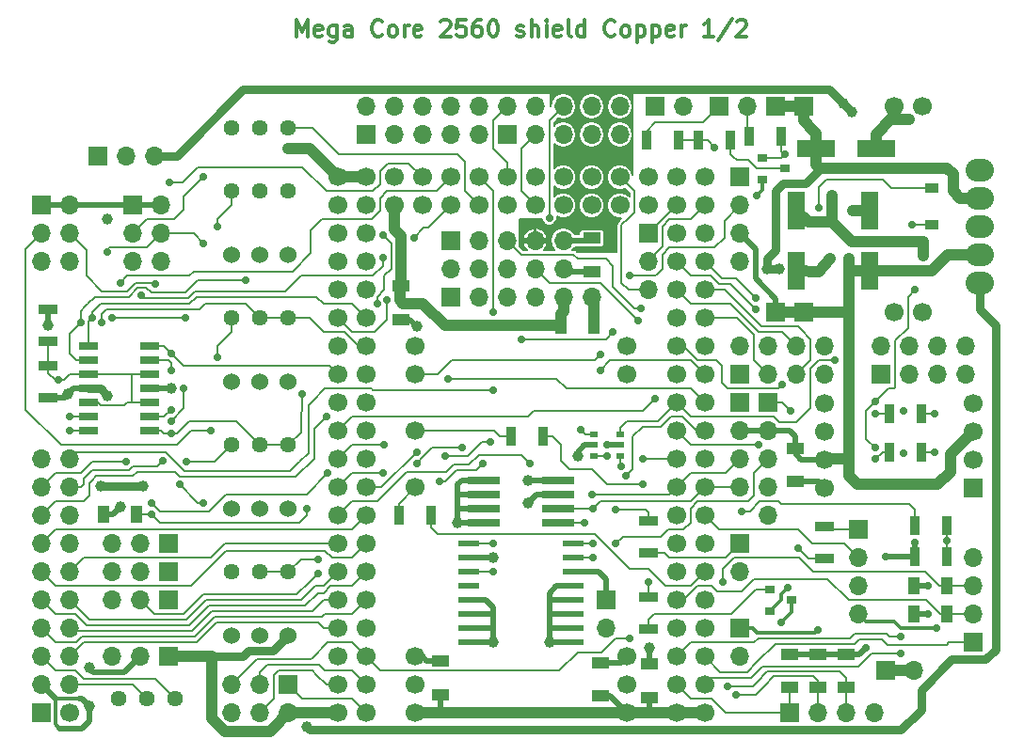
<source format=gbr>
G04 #@! TF.FileFunction,Copper,L1,Top,Signal*
%FSLAX46Y46*%
G04 Gerber Fmt 4.6, Leading zero omitted, Abs format (unit mm)*
G04 Created by KiCad (PCBNEW 4.0.7) date 04/26/18 15:49:39*
%MOMM*%
%LPD*%
G01*
G04 APERTURE LIST*
%ADD10C,0.100000*%
%ADD11C,0.300000*%
%ADD12R,1.700000X1.700000*%
%ADD13O,1.700000X1.700000*%
%ADD14C,1.700000*%
%ADD15O,2.540000X2.032000*%
%ADD16R,0.900000X1.700000*%
%ADD17R,1.200000X0.900000*%
%ADD18R,0.900000X0.800000*%
%ADD19R,1.600000X1.000000*%
%ADD20R,1.000000X1.600000*%
%ADD21R,1.700000X0.900000*%
%ADD22R,1.980000X0.530000*%
%ADD23R,3.000000X0.650000*%
%ADD24R,0.800000X0.550000*%
%ADD25C,1.440000*%
%ADD26C,1.524000*%
%ADD27R,3.500000X1.600000*%
%ADD28R,1.600000X3.500000*%
%ADD29R,1.800000X0.698500*%
%ADD30C,0.700000*%
%ADD31C,1.000000*%
%ADD32C,0.500000*%
%ADD33C,0.310000*%
%ADD34C,1.000000*%
%ADD35C,0.750000*%
%ADD36C,0.210000*%
G04 APERTURE END LIST*
D10*
D11*
X165683236Y-58113051D02*
X165683236Y-56613051D01*
X166183236Y-57684480D01*
X166683236Y-56613051D01*
X166683236Y-58113051D01*
X167968950Y-58041623D02*
X167826093Y-58113051D01*
X167540379Y-58113051D01*
X167397522Y-58041623D01*
X167326093Y-57898766D01*
X167326093Y-57327337D01*
X167397522Y-57184480D01*
X167540379Y-57113051D01*
X167826093Y-57113051D01*
X167968950Y-57184480D01*
X168040379Y-57327337D01*
X168040379Y-57470194D01*
X167326093Y-57613051D01*
X169326093Y-57113051D02*
X169326093Y-58327337D01*
X169254664Y-58470194D01*
X169183236Y-58541623D01*
X169040379Y-58613051D01*
X168826093Y-58613051D01*
X168683236Y-58541623D01*
X169326093Y-58041623D02*
X169183236Y-58113051D01*
X168897522Y-58113051D01*
X168754664Y-58041623D01*
X168683236Y-57970194D01*
X168611807Y-57827337D01*
X168611807Y-57398766D01*
X168683236Y-57255909D01*
X168754664Y-57184480D01*
X168897522Y-57113051D01*
X169183236Y-57113051D01*
X169326093Y-57184480D01*
X170683236Y-58113051D02*
X170683236Y-57327337D01*
X170611807Y-57184480D01*
X170468950Y-57113051D01*
X170183236Y-57113051D01*
X170040379Y-57184480D01*
X170683236Y-58041623D02*
X170540379Y-58113051D01*
X170183236Y-58113051D01*
X170040379Y-58041623D01*
X169968950Y-57898766D01*
X169968950Y-57755909D01*
X170040379Y-57613051D01*
X170183236Y-57541623D01*
X170540379Y-57541623D01*
X170683236Y-57470194D01*
X173397522Y-57970194D02*
X173326093Y-58041623D01*
X173111807Y-58113051D01*
X172968950Y-58113051D01*
X172754665Y-58041623D01*
X172611807Y-57898766D01*
X172540379Y-57755909D01*
X172468950Y-57470194D01*
X172468950Y-57255909D01*
X172540379Y-56970194D01*
X172611807Y-56827337D01*
X172754665Y-56684480D01*
X172968950Y-56613051D01*
X173111807Y-56613051D01*
X173326093Y-56684480D01*
X173397522Y-56755909D01*
X174254665Y-58113051D02*
X174111807Y-58041623D01*
X174040379Y-57970194D01*
X173968950Y-57827337D01*
X173968950Y-57398766D01*
X174040379Y-57255909D01*
X174111807Y-57184480D01*
X174254665Y-57113051D01*
X174468950Y-57113051D01*
X174611807Y-57184480D01*
X174683236Y-57255909D01*
X174754665Y-57398766D01*
X174754665Y-57827337D01*
X174683236Y-57970194D01*
X174611807Y-58041623D01*
X174468950Y-58113051D01*
X174254665Y-58113051D01*
X175397522Y-58113051D02*
X175397522Y-57113051D01*
X175397522Y-57398766D02*
X175468950Y-57255909D01*
X175540379Y-57184480D01*
X175683236Y-57113051D01*
X175826093Y-57113051D01*
X176897521Y-58041623D02*
X176754664Y-58113051D01*
X176468950Y-58113051D01*
X176326093Y-58041623D01*
X176254664Y-57898766D01*
X176254664Y-57327337D01*
X176326093Y-57184480D01*
X176468950Y-57113051D01*
X176754664Y-57113051D01*
X176897521Y-57184480D01*
X176968950Y-57327337D01*
X176968950Y-57470194D01*
X176254664Y-57613051D01*
X178683235Y-56755909D02*
X178754664Y-56684480D01*
X178897521Y-56613051D01*
X179254664Y-56613051D01*
X179397521Y-56684480D01*
X179468950Y-56755909D01*
X179540378Y-56898766D01*
X179540378Y-57041623D01*
X179468950Y-57255909D01*
X178611807Y-58113051D01*
X179540378Y-58113051D01*
X180897521Y-56613051D02*
X180183235Y-56613051D01*
X180111806Y-57327337D01*
X180183235Y-57255909D01*
X180326092Y-57184480D01*
X180683235Y-57184480D01*
X180826092Y-57255909D01*
X180897521Y-57327337D01*
X180968949Y-57470194D01*
X180968949Y-57827337D01*
X180897521Y-57970194D01*
X180826092Y-58041623D01*
X180683235Y-58113051D01*
X180326092Y-58113051D01*
X180183235Y-58041623D01*
X180111806Y-57970194D01*
X182254663Y-56613051D02*
X181968949Y-56613051D01*
X181826092Y-56684480D01*
X181754663Y-56755909D01*
X181611806Y-56970194D01*
X181540377Y-57255909D01*
X181540377Y-57827337D01*
X181611806Y-57970194D01*
X181683234Y-58041623D01*
X181826092Y-58113051D01*
X182111806Y-58113051D01*
X182254663Y-58041623D01*
X182326092Y-57970194D01*
X182397520Y-57827337D01*
X182397520Y-57470194D01*
X182326092Y-57327337D01*
X182254663Y-57255909D01*
X182111806Y-57184480D01*
X181826092Y-57184480D01*
X181683234Y-57255909D01*
X181611806Y-57327337D01*
X181540377Y-57470194D01*
X183326091Y-56613051D02*
X183468948Y-56613051D01*
X183611805Y-56684480D01*
X183683234Y-56755909D01*
X183754663Y-56898766D01*
X183826091Y-57184480D01*
X183826091Y-57541623D01*
X183754663Y-57827337D01*
X183683234Y-57970194D01*
X183611805Y-58041623D01*
X183468948Y-58113051D01*
X183326091Y-58113051D01*
X183183234Y-58041623D01*
X183111805Y-57970194D01*
X183040377Y-57827337D01*
X182968948Y-57541623D01*
X182968948Y-57184480D01*
X183040377Y-56898766D01*
X183111805Y-56755909D01*
X183183234Y-56684480D01*
X183326091Y-56613051D01*
X185540376Y-58041623D02*
X185683233Y-58113051D01*
X185968948Y-58113051D01*
X186111805Y-58041623D01*
X186183233Y-57898766D01*
X186183233Y-57827337D01*
X186111805Y-57684480D01*
X185968948Y-57613051D01*
X185754662Y-57613051D01*
X185611805Y-57541623D01*
X185540376Y-57398766D01*
X185540376Y-57327337D01*
X185611805Y-57184480D01*
X185754662Y-57113051D01*
X185968948Y-57113051D01*
X186111805Y-57184480D01*
X186826091Y-58113051D02*
X186826091Y-56613051D01*
X187468948Y-58113051D02*
X187468948Y-57327337D01*
X187397519Y-57184480D01*
X187254662Y-57113051D01*
X187040377Y-57113051D01*
X186897519Y-57184480D01*
X186826091Y-57255909D01*
X188183234Y-58113051D02*
X188183234Y-57113051D01*
X188183234Y-56613051D02*
X188111805Y-56684480D01*
X188183234Y-56755909D01*
X188254662Y-56684480D01*
X188183234Y-56613051D01*
X188183234Y-56755909D01*
X189468948Y-58041623D02*
X189326091Y-58113051D01*
X189040377Y-58113051D01*
X188897520Y-58041623D01*
X188826091Y-57898766D01*
X188826091Y-57327337D01*
X188897520Y-57184480D01*
X189040377Y-57113051D01*
X189326091Y-57113051D01*
X189468948Y-57184480D01*
X189540377Y-57327337D01*
X189540377Y-57470194D01*
X188826091Y-57613051D01*
X190397520Y-58113051D02*
X190254662Y-58041623D01*
X190183234Y-57898766D01*
X190183234Y-56613051D01*
X191611805Y-58113051D02*
X191611805Y-56613051D01*
X191611805Y-58041623D02*
X191468948Y-58113051D01*
X191183234Y-58113051D01*
X191040376Y-58041623D01*
X190968948Y-57970194D01*
X190897519Y-57827337D01*
X190897519Y-57398766D01*
X190968948Y-57255909D01*
X191040376Y-57184480D01*
X191183234Y-57113051D01*
X191468948Y-57113051D01*
X191611805Y-57184480D01*
X194326091Y-57970194D02*
X194254662Y-58041623D01*
X194040376Y-58113051D01*
X193897519Y-58113051D01*
X193683234Y-58041623D01*
X193540376Y-57898766D01*
X193468948Y-57755909D01*
X193397519Y-57470194D01*
X193397519Y-57255909D01*
X193468948Y-56970194D01*
X193540376Y-56827337D01*
X193683234Y-56684480D01*
X193897519Y-56613051D01*
X194040376Y-56613051D01*
X194254662Y-56684480D01*
X194326091Y-56755909D01*
X195183234Y-58113051D02*
X195040376Y-58041623D01*
X194968948Y-57970194D01*
X194897519Y-57827337D01*
X194897519Y-57398766D01*
X194968948Y-57255909D01*
X195040376Y-57184480D01*
X195183234Y-57113051D01*
X195397519Y-57113051D01*
X195540376Y-57184480D01*
X195611805Y-57255909D01*
X195683234Y-57398766D01*
X195683234Y-57827337D01*
X195611805Y-57970194D01*
X195540376Y-58041623D01*
X195397519Y-58113051D01*
X195183234Y-58113051D01*
X196326091Y-57113051D02*
X196326091Y-58613051D01*
X196326091Y-57184480D02*
X196468948Y-57113051D01*
X196754662Y-57113051D01*
X196897519Y-57184480D01*
X196968948Y-57255909D01*
X197040377Y-57398766D01*
X197040377Y-57827337D01*
X196968948Y-57970194D01*
X196897519Y-58041623D01*
X196754662Y-58113051D01*
X196468948Y-58113051D01*
X196326091Y-58041623D01*
X197683234Y-57113051D02*
X197683234Y-58613051D01*
X197683234Y-57184480D02*
X197826091Y-57113051D01*
X198111805Y-57113051D01*
X198254662Y-57184480D01*
X198326091Y-57255909D01*
X198397520Y-57398766D01*
X198397520Y-57827337D01*
X198326091Y-57970194D01*
X198254662Y-58041623D01*
X198111805Y-58113051D01*
X197826091Y-58113051D01*
X197683234Y-58041623D01*
X199611805Y-58041623D02*
X199468948Y-58113051D01*
X199183234Y-58113051D01*
X199040377Y-58041623D01*
X198968948Y-57898766D01*
X198968948Y-57327337D01*
X199040377Y-57184480D01*
X199183234Y-57113051D01*
X199468948Y-57113051D01*
X199611805Y-57184480D01*
X199683234Y-57327337D01*
X199683234Y-57470194D01*
X198968948Y-57613051D01*
X200326091Y-58113051D02*
X200326091Y-57113051D01*
X200326091Y-57398766D02*
X200397519Y-57255909D01*
X200468948Y-57184480D01*
X200611805Y-57113051D01*
X200754662Y-57113051D01*
X203183233Y-58113051D02*
X202326090Y-58113051D01*
X202754662Y-58113051D02*
X202754662Y-56613051D01*
X202611805Y-56827337D01*
X202468947Y-56970194D01*
X202326090Y-57041623D01*
X204897518Y-56541623D02*
X203611804Y-58470194D01*
X205326090Y-56755909D02*
X205397519Y-56684480D01*
X205540376Y-56613051D01*
X205897519Y-56613051D01*
X206040376Y-56684480D01*
X206111805Y-56755909D01*
X206183233Y-56898766D01*
X206183233Y-57041623D01*
X206111805Y-57255909D01*
X205254662Y-58113051D01*
X206183233Y-58113051D01*
D12*
X208122520Y-91089480D03*
D13*
X208122520Y-93629480D03*
X208122520Y-96169480D03*
X208122520Y-98709480D03*
X208122520Y-101249480D03*
D14*
X187167520Y-73309480D03*
X189707520Y-73309480D03*
X192247520Y-73309480D03*
X194787520Y-73309480D03*
X197327520Y-73309480D03*
X184627520Y-73309480D03*
X182087520Y-73309480D03*
X179547520Y-73309480D03*
X177007520Y-73309480D03*
X174467520Y-73309480D03*
X197327520Y-70769480D03*
X194787520Y-70769480D03*
X192247520Y-70769480D03*
X189707520Y-70769480D03*
X187167520Y-70769480D03*
X184627520Y-70769480D03*
X182087520Y-70769480D03*
X179547520Y-70769480D03*
X177007520Y-70769480D03*
X174467520Y-70769480D03*
X199867520Y-70769480D03*
X199867520Y-73309480D03*
X199867520Y-75849480D03*
X199867520Y-78389480D03*
X199867520Y-80929480D03*
X199867520Y-83469480D03*
X199867520Y-86009480D03*
X199867520Y-88549480D03*
X199867520Y-91089480D03*
X199867520Y-93629480D03*
X199867520Y-96169480D03*
X199867520Y-98709480D03*
X199867520Y-101249480D03*
X199867520Y-103789480D03*
X199867520Y-106329480D03*
X199867520Y-108869480D03*
X199867520Y-111409480D03*
X199867520Y-113949480D03*
X199867520Y-116489480D03*
X199867520Y-119029480D03*
X202407520Y-70769480D03*
X202407520Y-73309480D03*
X202407520Y-75849480D03*
X202407520Y-78389480D03*
X202407520Y-80929480D03*
X202407520Y-83469480D03*
X202407520Y-86009480D03*
X202407520Y-88549480D03*
X202407520Y-91089480D03*
X202407520Y-93629480D03*
X202407520Y-96169480D03*
X202407520Y-98709480D03*
X202407520Y-101249480D03*
X202407520Y-103789480D03*
X202407520Y-106329480D03*
X202407520Y-108869480D03*
X202407520Y-111409480D03*
X202407520Y-113949480D03*
X202407520Y-116489480D03*
X202407520Y-119029480D03*
X171927520Y-70769480D03*
X171927520Y-73309480D03*
X171927520Y-75849480D03*
X171927520Y-78389480D03*
X171927520Y-80929480D03*
X171927520Y-83469480D03*
X171927520Y-86009480D03*
X171927520Y-88549480D03*
X171927520Y-91089480D03*
X171927520Y-93629480D03*
X171927520Y-96169480D03*
X171927520Y-98709480D03*
X171927520Y-101249480D03*
X171927520Y-103789480D03*
X171927520Y-106329480D03*
X171927520Y-108869480D03*
X171927520Y-111409480D03*
X171927520Y-113949480D03*
X171927520Y-116489480D03*
X171927520Y-119029480D03*
X169387520Y-119029480D03*
X169387520Y-116489480D03*
X169387520Y-113949480D03*
X169387520Y-111409480D03*
X169387520Y-108869480D03*
X169387520Y-106329480D03*
X169387520Y-103789480D03*
X169387520Y-101249480D03*
X169387520Y-98709480D03*
X169387520Y-96169480D03*
X169387520Y-93629480D03*
X169387520Y-91089480D03*
X169387520Y-88549480D03*
X169387520Y-86009480D03*
X169387520Y-83469480D03*
X169387520Y-80929480D03*
X169387520Y-78389480D03*
X169387520Y-75849480D03*
X169387520Y-73309480D03*
X169387520Y-70769480D03*
D15*
X227172520Y-70134480D03*
X227172520Y-72674480D03*
X227172520Y-75214480D03*
X227172520Y-77754480D03*
X227172520Y-80294480D03*
D16*
X206418520Y-67086480D03*
X209318520Y-67086480D03*
D17*
X222854520Y-75086480D03*
X222854520Y-71786480D03*
D12*
X208757520Y-64419480D03*
X208767520Y-82961480D03*
X211297520Y-64419480D03*
X211297520Y-82961480D03*
D14*
X219425520Y-64419480D03*
X219425520Y-82961480D03*
X221965520Y-64419480D03*
X221965520Y-82961480D03*
D12*
X197327520Y-75849480D03*
D13*
X197327520Y-78389480D03*
X197327520Y-80929480D03*
D12*
X205582520Y-70769480D03*
D13*
X205582520Y-73309480D03*
X205582520Y-75849480D03*
X205582520Y-78389480D03*
D18*
X208265520Y-107919480D03*
X208265520Y-109819480D03*
X210265520Y-108869480D03*
D16*
X221891520Y-92105480D03*
X218991520Y-92105480D03*
X221891520Y-95534480D03*
X218991520Y-95534480D03*
D12*
X218663520Y-115219480D03*
D13*
X221203520Y-115219480D03*
D19*
X210535520Y-98177480D03*
X210535520Y-95177480D03*
D16*
X197147520Y-67467480D03*
X200047520Y-67467480D03*
D12*
X179547520Y-76484480D03*
D13*
X179547520Y-79024480D03*
X182087520Y-76484480D03*
X182087520Y-79024480D03*
X184627520Y-76484480D03*
X184627520Y-79024480D03*
X187167520Y-76484480D03*
X187167520Y-79024480D03*
X189707520Y-76484480D03*
X189707520Y-79024480D03*
D14*
X195422520Y-86009480D03*
X195422520Y-88549480D03*
X176372520Y-86009480D03*
X176372520Y-88549480D03*
X176372520Y-93629480D03*
X176372520Y-98709480D03*
X176372520Y-113949480D03*
X176372520Y-116489480D03*
X176372520Y-119029480D03*
X195422520Y-119029480D03*
X195422520Y-116489480D03*
X195422520Y-113949480D03*
D20*
X224227520Y-110139480D03*
X221227520Y-110139480D03*
X224227520Y-107599480D03*
X221227520Y-107599480D03*
D16*
X221277520Y-104932480D03*
X224177520Y-104932480D03*
X221277520Y-102138480D03*
X224177520Y-102138480D03*
D12*
X226537520Y-112679480D03*
D13*
X226537520Y-110139480D03*
X226537520Y-107599480D03*
X226537520Y-105059480D03*
D12*
X210027520Y-119029480D03*
D13*
X212567520Y-119029480D03*
X215107520Y-119029480D03*
X217647520Y-119029480D03*
D19*
X215107520Y-116719480D03*
X215107520Y-113719480D03*
X212567520Y-116719480D03*
X212567520Y-113719480D03*
X210027520Y-116719480D03*
X210027520Y-113719480D03*
D12*
X205582520Y-111409480D03*
D13*
X205582520Y-113949480D03*
D21*
X213202520Y-105112480D03*
X213202520Y-102212480D03*
D12*
X216250520Y-102519480D03*
D13*
X216250520Y-105059480D03*
X216250520Y-107599480D03*
X216250520Y-110139480D03*
D12*
X205582520Y-103789480D03*
D13*
X205582520Y-106329480D03*
D12*
X205582520Y-91089480D03*
D13*
X205582520Y-93629480D03*
X205582520Y-96169480D03*
X205582520Y-98709480D03*
D14*
X226537520Y-91152980D03*
X226537520Y-93692980D03*
X226537520Y-96232980D03*
D12*
X226537520Y-98772980D03*
D14*
X213202520Y-91102180D03*
X213202520Y-93642180D03*
X213202520Y-96182180D03*
X213202520Y-98722180D03*
X213202520Y-98722180D03*
X213202520Y-96182180D03*
X213202520Y-93642180D03*
X213202520Y-91102180D03*
D16*
X201846520Y-67467480D03*
X204746520Y-67467480D03*
D12*
X203677520Y-64419480D03*
D13*
X206217520Y-64419480D03*
D12*
X197962520Y-64419480D03*
D13*
X200502520Y-64419480D03*
D12*
X179547520Y-81564480D03*
D13*
X182087520Y-81564480D03*
X184627520Y-81564480D03*
X187167520Y-81564480D03*
X189707520Y-81564480D03*
X192247520Y-81564480D03*
D19*
X197454520Y-114608480D03*
X197454520Y-117608480D03*
X193009520Y-117481480D03*
X193009520Y-114481480D03*
X178658520Y-117354480D03*
X178658520Y-114354480D03*
D22*
X181212520Y-103789480D03*
X181212520Y-105059480D03*
X181212520Y-106329480D03*
X181212520Y-107599480D03*
X181212520Y-108869480D03*
X181212520Y-110139480D03*
X181212520Y-111409480D03*
X181212520Y-112679480D03*
X190582520Y-112679480D03*
X190582520Y-111409480D03*
X190582520Y-110139480D03*
X190582520Y-108869480D03*
X190582520Y-107599480D03*
X190582520Y-106329480D03*
X190582520Y-105059480D03*
X190582520Y-103789480D03*
D12*
X193517520Y-108869480D03*
D13*
X193517520Y-111409480D03*
D21*
X197327520Y-111462480D03*
X197327520Y-108562480D03*
X197327520Y-104604480D03*
X197327520Y-101704480D03*
D16*
X177822520Y-101249480D03*
X174922520Y-101249480D03*
D23*
X189247520Y-98074480D03*
X189247520Y-99344480D03*
X189247520Y-100614480D03*
X189247520Y-101884480D03*
X182547520Y-101884480D03*
X182547520Y-100614480D03*
X182547520Y-99344480D03*
X182547520Y-98074480D03*
D24*
X192444520Y-93949480D03*
X192444520Y-94899480D03*
X192444520Y-95849480D03*
X194844520Y-95849480D03*
X194844520Y-94899480D03*
X194844520Y-93949480D03*
D16*
X187855520Y-94137480D03*
X184955520Y-94137480D03*
D12*
X147797520Y-68864480D03*
D13*
X150337520Y-68864480D03*
X152877520Y-68864480D03*
D12*
X150972520Y-73309480D03*
D13*
X153512520Y-73309480D03*
X150972520Y-75849480D03*
X153512520Y-75849480D03*
X150972520Y-78389480D03*
X153512520Y-78389480D03*
D12*
X142717520Y-73309480D03*
D13*
X145257520Y-73309480D03*
X142717520Y-75849480D03*
X145257520Y-75849480D03*
X142717520Y-78389480D03*
X145257520Y-78389480D03*
D21*
X143352520Y-85554480D03*
X143352520Y-82654480D03*
X143352520Y-90634480D03*
X143352520Y-87734480D03*
D12*
X142717520Y-119029480D03*
D13*
X145257520Y-116489480D03*
X142717520Y-116489480D03*
X145257520Y-113949480D03*
X142717520Y-113949480D03*
X145257520Y-111409480D03*
X142717520Y-111409480D03*
X145257520Y-108869480D03*
X142717520Y-108869480D03*
X145257520Y-106329480D03*
X142717520Y-106329480D03*
X145257520Y-103789480D03*
X142717520Y-103789480D03*
X145257520Y-101249480D03*
X142717520Y-101249480D03*
X145257520Y-98709480D03*
X142717520Y-98709480D03*
X145257520Y-96169480D03*
X142717520Y-96169480D03*
D14*
X145257520Y-119029480D03*
D20*
X151329520Y-101122480D03*
X148329520Y-101122480D03*
D12*
X154147520Y-103789480D03*
D13*
X151607520Y-103789480D03*
X149067520Y-103789480D03*
D12*
X154147520Y-106329480D03*
D13*
X151607520Y-106329480D03*
X149067520Y-106329480D03*
D12*
X154147520Y-108869480D03*
D13*
X151607520Y-108869480D03*
X149067520Y-108869480D03*
D12*
X154147520Y-113949480D03*
D13*
X151607520Y-113949480D03*
X149067520Y-113949480D03*
D25*
X149702520Y-117759480D03*
X152242520Y-117759480D03*
X154782520Y-117759480D03*
D12*
X164942520Y-116489480D03*
D13*
X164942520Y-119029480D03*
X162402520Y-116489480D03*
X162402520Y-119029480D03*
X159862520Y-116489480D03*
X159862520Y-119029480D03*
D26*
X162402520Y-112044480D03*
X164942520Y-112044480D03*
X159862520Y-112044480D03*
D25*
X159862520Y-106329480D03*
X162402520Y-106329480D03*
X164942520Y-106329480D03*
D26*
X162402520Y-100614480D03*
X164942520Y-100614480D03*
X159862520Y-100614480D03*
D25*
X159862520Y-94899480D03*
X162402520Y-94899480D03*
X164942520Y-94899480D03*
D26*
X162402520Y-89184480D03*
X164942520Y-89184480D03*
X159862520Y-89184480D03*
D25*
X159862520Y-83469480D03*
X162402520Y-83469480D03*
X164942520Y-83469480D03*
X159862520Y-72039480D03*
X162402520Y-72039480D03*
X164942520Y-72039480D03*
D26*
X162402520Y-77754480D03*
X164942520Y-77754480D03*
X159862520Y-77754480D03*
D25*
X159862520Y-66324480D03*
X162402520Y-66324480D03*
X164942520Y-66324480D03*
D19*
X175102520Y-83572480D03*
X175102520Y-80572480D03*
D20*
X192477520Y-84104480D03*
X189477520Y-84104480D03*
D12*
X205582520Y-88549480D03*
D13*
X205582520Y-86009480D03*
X208122520Y-88549480D03*
X208122520Y-86009480D03*
X210662520Y-88549480D03*
X210662520Y-86009480D03*
X213202520Y-88549480D03*
X213202520Y-86009480D03*
D12*
X171927520Y-66959480D03*
D13*
X171927520Y-64419480D03*
X174467520Y-66959480D03*
X174467520Y-64419480D03*
X177007520Y-66959480D03*
X177007520Y-64419480D03*
X179547520Y-66959480D03*
X179547520Y-64419480D03*
X182087520Y-66959480D03*
X182087520Y-64419480D03*
D12*
X184627520Y-66959480D03*
D13*
X184627520Y-64419480D03*
X187167520Y-66959480D03*
X187167520Y-64419480D03*
X189707520Y-66959480D03*
X189707520Y-64419480D03*
X192247520Y-66959480D03*
X192247520Y-64419480D03*
X194787520Y-66959480D03*
X194787520Y-64419480D03*
D12*
X218282520Y-88549480D03*
D13*
X218282520Y-86009480D03*
X220822520Y-88549480D03*
X220822520Y-86009480D03*
X223362520Y-88549480D03*
X223362520Y-86009480D03*
X225902520Y-88549480D03*
X225902520Y-86009480D03*
D27*
X212407520Y-68229480D03*
X217807520Y-68229480D03*
D19*
X192247520Y-79254480D03*
X192247520Y-76254480D03*
D28*
X217266520Y-79184480D03*
X217266520Y-73784480D03*
X210662520Y-73784480D03*
X210662520Y-79184480D03*
D29*
X146954240Y-86012020D03*
X146954240Y-87282020D03*
X146954240Y-88552020D03*
X146954240Y-89819480D03*
X146954240Y-91086940D03*
X146954240Y-92356940D03*
X146954240Y-93626940D03*
X152450800Y-93626940D03*
X152450800Y-92356940D03*
X152450800Y-91086940D03*
X152450800Y-89819480D03*
X152450800Y-88552020D03*
X152450800Y-87282020D03*
X152450800Y-86012020D03*
D18*
X207630520Y-69057480D03*
X207630520Y-70957480D03*
X209630520Y-70007480D03*
D30*
X209900520Y-107726480D03*
X207106520Y-72420480D03*
D31*
X220822520Y-65562480D03*
X213710520Y-78135480D03*
X154401520Y-89819480D03*
D30*
X216885520Y-113187480D03*
X220314520Y-91851480D03*
X220314520Y-95661480D03*
D31*
X164942520Y-68229480D03*
X176499520Y-84231480D03*
X215742520Y-73817480D03*
X190977520Y-95915480D03*
D30*
X222473520Y-107599480D03*
X222473520Y-110139480D03*
D31*
X188437520Y-112679480D03*
X183357520Y-112679480D03*
X186532520Y-100106480D03*
X180182520Y-101884480D03*
X197454520Y-113187480D03*
X149829520Y-100487480D03*
X148686520Y-74579480D03*
X143352520Y-84104480D03*
D30*
X221330520Y-103662480D03*
D31*
X148686520Y-90454480D03*
X148051520Y-98582480D03*
X151861520Y-98582480D03*
D30*
X218663520Y-104932480D03*
D31*
X215361520Y-88549480D03*
D30*
X215361520Y-95661480D03*
X215361520Y-91851480D03*
D31*
X217139520Y-98455480D03*
X218663520Y-98455480D03*
X215361520Y-79278480D03*
X215361520Y-78135480D03*
X224251520Y-77754480D03*
D30*
X193644520Y-94899480D03*
D31*
X189707520Y-119029480D03*
X191104520Y-119029480D03*
X183357520Y-105059480D03*
X186532520Y-98074480D03*
X145130520Y-90327480D03*
D30*
X153639520Y-96296480D03*
X154401520Y-92740480D03*
X155544520Y-89819480D03*
D31*
X209138520Y-79024480D03*
X207995520Y-79024480D03*
D30*
X194406520Y-100741480D03*
X194914520Y-96804480D03*
X144241520Y-89057480D03*
X146273520Y-83850480D03*
X161132520Y-80040480D03*
X149067520Y-83469480D03*
X155671520Y-83469480D03*
X145257520Y-92359480D03*
X154401520Y-91724480D03*
X154401520Y-88144480D03*
X158592520Y-75214480D03*
X158592520Y-87025480D03*
X155798520Y-96423480D03*
X183357520Y-106329480D03*
X183357520Y-103789480D03*
X157957520Y-93629480D03*
X153004520Y-80421480D03*
X155163520Y-98455480D03*
X157322520Y-100106480D03*
X157322520Y-70769480D03*
X157322520Y-76738480D03*
X148686520Y-77500480D03*
X150337520Y-96423480D03*
X151734520Y-81437480D03*
X173451520Y-78008480D03*
X176245520Y-76230480D03*
X168371520Y-92359480D03*
X173451520Y-75976480D03*
X172943520Y-82199480D03*
X183357520Y-82961480D03*
X183357520Y-89946480D03*
X149829520Y-80294480D03*
X154274520Y-71277480D03*
X179293520Y-88930480D03*
X180563520Y-95153480D03*
X176499520Y-96550480D03*
X182468520Y-96550480D03*
X178531520Y-98201480D03*
X179039520Y-95915480D03*
X183103520Y-94645480D03*
X167609520Y-106456480D03*
X168498520Y-97439480D03*
X152623520Y-100106480D03*
X166593520Y-100614480D03*
X152623520Y-101122480D03*
X205201520Y-117378480D03*
X204439520Y-116616480D03*
X204058520Y-107218480D03*
X147289520Y-83469480D03*
X145260060Y-93626940D03*
X148178520Y-83850480D03*
X154401520Y-93883480D03*
X166212520Y-90327480D03*
X167609520Y-105186480D03*
X154401520Y-86644480D03*
X206979520Y-82707480D03*
X188437520Y-74452480D03*
X186659520Y-96550480D03*
X173832520Y-81818480D03*
X191231520Y-93502480D03*
X214091520Y-87279480D03*
X194152520Y-84739480D03*
X196819520Y-96169480D03*
X185897520Y-85374480D03*
X192247520Y-99344480D03*
X191612520Y-101884480D03*
X192374520Y-105059480D03*
X196438520Y-83723480D03*
X196819520Y-98455480D03*
X220060520Y-112171480D03*
X223108520Y-92105480D03*
X206979520Y-81691480D03*
X193644520Y-95915480D03*
X193009520Y-88168480D03*
X197327520Y-107218480D03*
X195295520Y-97693480D03*
X192374520Y-103789480D03*
X192374520Y-100614480D03*
X196692520Y-82580480D03*
X220060520Y-113695480D03*
X223108520Y-95534480D03*
X176499520Y-95534480D03*
X173451520Y-97439480D03*
X173578520Y-94899480D03*
X197962520Y-90708480D03*
D31*
X147035520Y-114965480D03*
X147035520Y-118394480D03*
X166593520Y-120299480D03*
X215615520Y-64927480D03*
X214853520Y-64165480D03*
X213837520Y-74833480D03*
X222092520Y-76611480D03*
X222092520Y-77881480D03*
X213837520Y-72420480D03*
D30*
X195676520Y-79659480D03*
X193009520Y-86771480D03*
X210789520Y-104170480D03*
X224177520Y-103535480D03*
X221330520Y-80929480D03*
X207233520Y-94899480D03*
X217774520Y-90962480D03*
X217774520Y-95153480D03*
X217774520Y-96169480D03*
X209392520Y-89438480D03*
X205709520Y-100868480D03*
X194406520Y-103789480D03*
X195676520Y-112298480D03*
X210154520Y-91851480D03*
X217774520Y-92105480D03*
X209265520Y-110901480D03*
X212567520Y-111536480D03*
X203296520Y-68102480D03*
X209646520Y-68737480D03*
X212694520Y-73563480D03*
X221076520Y-75087480D03*
X223235520Y-111409480D03*
D32*
X208265520Y-109819480D02*
X208315520Y-109819480D01*
D33*
X208315520Y-109819480D02*
X209265520Y-108869480D01*
X209265520Y-108361480D02*
X209900520Y-107726480D01*
X209265520Y-108869480D02*
X209265520Y-108361480D01*
X207630520Y-70957480D02*
X207630520Y-71896480D01*
X207630520Y-71896480D02*
X207106520Y-72420480D01*
D34*
X220822520Y-65562480D02*
X219171520Y-65562480D01*
X219221438Y-65512562D02*
X220822520Y-65562480D01*
X217807520Y-66926480D02*
X219221438Y-65512562D01*
X217807520Y-68229480D02*
X217807520Y-66926480D01*
X219171520Y-65562480D02*
X219221438Y-65512562D01*
X210662520Y-79184480D02*
X212694850Y-79270695D01*
X212694850Y-79270695D02*
X213710520Y-78135480D01*
D32*
X152450800Y-89819480D02*
X154147520Y-89819480D01*
X154147520Y-89819480D02*
X154401520Y-89819480D01*
X210535520Y-98177480D02*
X212657820Y-98177480D01*
X212657820Y-98177480D02*
X213202520Y-98722180D01*
X215107520Y-113719480D02*
X216353520Y-113719480D01*
X216353520Y-113719480D02*
X216885520Y-113187480D01*
D34*
X169387520Y-70769480D02*
X166847520Y-68229480D01*
X166847520Y-68229480D02*
X164942520Y-68229480D01*
D32*
X171927520Y-70769480D02*
X171927520Y-70515480D01*
D34*
X169387520Y-70769480D02*
X171927520Y-70769480D01*
D32*
X174975520Y-83572480D02*
X175840520Y-83572480D01*
X176499520Y-84231480D02*
X175840520Y-83572480D01*
D34*
X217266520Y-73784480D02*
X215836520Y-73784480D01*
X215742520Y-73817480D02*
X215742520Y-73817480D01*
X215836520Y-73784480D02*
X215742520Y-73817480D01*
D32*
X192444520Y-94899480D02*
X191612520Y-94899480D01*
X190977520Y-95534480D02*
X190977520Y-95915480D01*
X191612520Y-94899480D02*
X190977520Y-95534480D01*
X221227520Y-107599480D02*
X222473520Y-107599480D01*
X221227520Y-110139480D02*
X222346520Y-110139480D01*
X222346520Y-110139480D02*
X222473520Y-110139480D01*
X192247520Y-76254480D02*
X192017520Y-76484480D01*
X192017520Y-76484480D02*
X189707520Y-76484480D01*
X193009520Y-114481480D02*
X194890520Y-114481480D01*
X194890520Y-114481480D02*
X195422520Y-113949480D01*
X176372520Y-113949480D02*
X177007520Y-113949480D01*
X177007520Y-113949480D02*
X177412520Y-114354480D01*
X178658520Y-114354480D02*
X177412520Y-114354480D01*
X215107520Y-113719480D02*
X215131520Y-113695480D01*
X190582520Y-108869480D02*
X188437520Y-108869480D01*
X190582520Y-110139480D02*
X188437520Y-110139480D01*
X190582520Y-111409480D02*
X188437520Y-111409480D01*
X190582520Y-107599480D02*
X189072520Y-107599480D01*
X188437520Y-112679480D02*
X190582520Y-112679480D01*
X188437520Y-108234480D02*
X188437520Y-108869480D01*
X188437520Y-108869480D02*
X188437520Y-110139480D01*
X188437520Y-110139480D02*
X188437520Y-111409480D01*
X188437520Y-111409480D02*
X188437520Y-112679480D01*
X189072520Y-107599480D02*
X188437520Y-108234480D01*
X181212520Y-111409480D02*
X183357520Y-111409480D01*
X181212520Y-110139480D02*
X183357520Y-110139480D01*
X181212520Y-108869480D02*
X182722520Y-108869480D01*
X183357520Y-112679480D02*
X181212520Y-112679480D01*
X183357520Y-109504480D02*
X183357520Y-110139480D01*
X183357520Y-110139480D02*
X183357520Y-111409480D01*
X183357520Y-111409480D02*
X183357520Y-112679480D01*
X182722520Y-108869480D02*
X183357520Y-109504480D01*
X187294520Y-99344480D02*
X189247520Y-99344480D01*
X186532520Y-100106480D02*
X187294520Y-99344480D01*
X182547520Y-100614480D02*
X180182520Y-100614480D01*
X180182520Y-100614480D02*
X180309520Y-100614480D01*
X180309520Y-100614480D02*
X180182520Y-100614480D01*
X182547520Y-99344480D02*
X180182520Y-99344480D01*
X180182520Y-99344480D02*
X180182520Y-99471480D01*
X182547520Y-98074480D02*
X180563520Y-98074480D01*
X180182520Y-101884480D02*
X182222520Y-101884480D01*
X180182520Y-98455480D02*
X180182520Y-99471480D01*
X180182520Y-99471480D02*
X180182520Y-100614480D01*
X180182520Y-100614480D02*
X180182520Y-101884480D01*
X180563520Y-98074480D02*
X180182520Y-98455480D01*
X197454520Y-114608480D02*
X197454520Y-113187480D01*
X148329520Y-101122480D02*
X149194520Y-101122480D01*
X149194520Y-101122480D02*
X149829520Y-100487480D01*
X143352520Y-82654480D02*
X143352520Y-84104480D01*
X212567520Y-113719480D02*
X215107520Y-113719480D01*
X210027520Y-113719480D02*
X212567520Y-113719480D01*
D34*
X192477520Y-84104480D02*
X192477520Y-81794480D01*
X192477520Y-81794480D02*
X192247520Y-81564480D01*
D32*
X221277520Y-104932480D02*
X221277520Y-103715480D01*
X221277520Y-103715480D02*
X221330520Y-103662480D01*
X208767520Y-81818480D02*
X208767520Y-81701480D01*
X206979520Y-79913480D02*
X206979520Y-77246480D01*
X208767520Y-81701480D02*
X206979520Y-79913480D01*
D34*
X163545520Y-120426480D02*
X163291520Y-120680480D01*
X159227520Y-120680480D02*
X158084520Y-119537480D01*
X163291520Y-120680480D02*
X159227520Y-120680480D01*
D35*
X148051520Y-89819480D02*
X148686520Y-90454480D01*
X146954240Y-89819480D02*
X148051520Y-89819480D01*
X148051520Y-98582480D02*
X151861520Y-98582480D01*
D32*
X208122520Y-93629480D02*
X205582520Y-93629480D01*
X208122520Y-93629480D02*
X210027520Y-93629480D01*
X210535520Y-94137480D02*
X210535520Y-95177480D01*
X210027520Y-93629480D02*
X210535520Y-94137480D01*
X213202520Y-96182180D02*
X211056220Y-96182180D01*
X211056220Y-96182180D02*
X210535520Y-95661480D01*
X210535520Y-95661480D02*
X210535520Y-95177480D01*
X221277520Y-104932480D02*
X218663520Y-104932480D01*
X221277520Y-104932480D02*
X221076520Y-104932480D01*
D34*
X218663520Y-98455480D02*
X223362520Y-98455480D01*
X224505520Y-95724980D02*
X226537520Y-93692980D01*
X224505520Y-97312480D02*
X224505520Y-95724980D01*
X223362520Y-98455480D02*
X224505520Y-97312480D01*
X215361520Y-96169480D02*
X215361520Y-97693480D01*
X216123520Y-98455480D02*
X217139520Y-98455480D01*
X215361520Y-97693480D02*
X216123520Y-98455480D01*
X215361520Y-88676480D02*
X215361520Y-88549480D01*
X215361520Y-91597480D02*
X215361520Y-91851480D01*
X215361520Y-91851480D02*
X215361520Y-95661480D01*
X215361520Y-95661480D02*
X215361520Y-96169480D01*
X215361520Y-96169480D02*
X215234520Y-96169480D01*
X217139520Y-98455480D02*
X218663520Y-98455480D01*
X215361520Y-88676480D02*
X215361520Y-91597480D01*
X215361520Y-86009480D02*
X215361520Y-88549480D01*
X215361520Y-84739480D02*
X215361520Y-86009480D01*
X215361520Y-84739480D02*
X215361520Y-84612480D01*
X215361520Y-84612480D02*
X215361520Y-82961480D01*
X215361520Y-82961480D02*
X215361520Y-80548480D01*
X214980520Y-82961480D02*
X215361520Y-82961480D01*
X215361520Y-80548480D02*
X215361520Y-79278480D01*
X215361520Y-79278480D02*
X215361520Y-78135480D01*
X215455520Y-79184480D02*
X215361520Y-79278480D01*
X218663520Y-115219480D02*
X221203520Y-115219480D01*
X220695520Y-79184480D02*
X222821520Y-79184480D01*
X222821520Y-79184480D02*
X224251520Y-77754480D01*
X217266520Y-79184480D02*
X220695520Y-79184480D01*
X224251520Y-77754480D02*
X227172520Y-77754480D01*
D32*
X193644520Y-94899480D02*
X194844520Y-94899480D01*
D34*
X158084520Y-114838480D02*
X158084520Y-113949480D01*
X158084520Y-119537480D02*
X158084520Y-115219480D01*
X164942520Y-119029480D02*
X163545520Y-120426480D01*
X158084520Y-115219480D02*
X158084520Y-114838480D01*
X156179520Y-113949480D02*
X157195520Y-113949480D01*
X157195520Y-113949480D02*
X158084520Y-113949480D01*
X156179520Y-113949480D02*
X154147520Y-113949480D01*
D35*
X158084520Y-113949480D02*
X160878520Y-113949480D01*
X163545520Y-113441480D02*
X161386520Y-113441480D01*
X163545520Y-113441480D02*
X164942520Y-112044480D01*
X160878520Y-113949480D02*
X161386520Y-113441480D01*
D34*
X213202520Y-96182180D02*
X213278720Y-96118680D01*
X213202520Y-96182180D02*
X213659720Y-96118680D01*
X215234520Y-96169480D02*
X213215220Y-96169480D01*
X213215220Y-96169480D02*
X213202520Y-96182180D01*
X177071020Y-82135980D02*
X175293020Y-82135980D01*
X175293020Y-82135980D02*
X174975520Y-81818480D01*
X177071020Y-82135980D02*
X179039520Y-84104480D01*
D32*
X193009520Y-117481480D02*
X193874520Y-117481480D01*
X193874520Y-117481480D02*
X195422520Y-119029480D01*
X178658520Y-117354480D02*
X178658520Y-119029480D01*
D34*
X189707520Y-119029480D02*
X182087520Y-119029480D01*
X182087520Y-119029480D02*
X178658520Y-119029480D01*
X178658520Y-119029480D02*
X176372520Y-119029480D01*
X179039520Y-84104480D02*
X182468520Y-84104480D01*
X175102520Y-76103480D02*
X175102520Y-80445480D01*
X175102520Y-80445480D02*
X174975520Y-80572480D01*
X175102520Y-76103480D02*
X174467520Y-75468480D01*
X174467520Y-75468480D02*
X174467520Y-73309480D01*
X217266520Y-79184480D02*
X215455520Y-79184480D01*
D32*
X208767520Y-82961480D02*
X208767520Y-81818480D01*
X206979520Y-77246480D02*
X205582520Y-75849480D01*
X192247520Y-79254480D02*
X189937520Y-79254480D01*
X189937520Y-79254480D02*
X189707520Y-79024480D01*
D34*
X189477520Y-84104480D02*
X182468520Y-84104480D01*
X174975520Y-81818480D02*
X174975520Y-80572480D01*
D32*
X183357520Y-105059480D02*
X181212520Y-105059480D01*
X189247520Y-98074480D02*
X186532520Y-98074480D01*
X197454520Y-117608480D02*
X197454520Y-119029480D01*
X176348520Y-119005480D02*
X176372520Y-119029480D01*
D34*
X169387520Y-119029480D02*
X164942520Y-119029480D01*
X211297520Y-82961480D02*
X214980520Y-82961480D01*
X208767520Y-82961480D02*
X211297520Y-82961480D01*
D32*
X143352520Y-90634480D02*
X144823520Y-90634480D01*
X144823520Y-90634480D02*
X145130520Y-90327480D01*
X145638520Y-89819480D02*
X146954240Y-89819480D01*
X145130520Y-90327480D02*
X145638520Y-89819480D01*
D34*
X190342520Y-119029480D02*
X189707520Y-119029480D01*
X195422520Y-119029480D02*
X191104520Y-119029480D01*
X191104520Y-119029480D02*
X190342520Y-119029480D01*
X195422520Y-119029480D02*
X197454520Y-119029480D01*
X189477520Y-84104480D02*
X189477520Y-83064480D01*
X189707520Y-82834480D02*
X189707520Y-81564480D01*
X189477520Y-83064480D02*
X189707520Y-82834480D01*
X199867520Y-119029480D02*
X202407520Y-119029480D01*
X197454520Y-119029480D02*
X199867520Y-119029480D01*
D36*
X146527520Y-115981480D02*
X145765520Y-115219480D01*
X145765520Y-115219480D02*
X145511520Y-115219480D01*
X153004520Y-115981480D02*
X154782520Y-117759480D01*
X146527520Y-115981480D02*
X153004520Y-115981480D01*
X143987520Y-115219480D02*
X142717520Y-113949480D01*
X145511520Y-115219480D02*
X143987520Y-115219480D01*
X153131520Y-96804480D02*
X152115520Y-96804480D01*
X153639520Y-96296480D02*
X153131520Y-96804480D01*
X152115520Y-96804480D02*
X150972520Y-96804480D01*
X146527520Y-98455480D02*
X146527520Y-97947480D01*
X150591520Y-97185480D02*
X147416520Y-97185480D01*
X147416520Y-97185480D02*
X147289520Y-97185480D01*
X147289520Y-97185480D02*
X146781520Y-97693480D01*
X146781520Y-97693480D02*
X146527520Y-97947480D01*
X150972520Y-96804480D02*
X150591520Y-97185480D01*
X154401520Y-92740480D02*
X155544520Y-91597480D01*
X155544520Y-89819480D02*
X155544520Y-91597480D01*
X146527520Y-98455480D02*
X146527520Y-98328480D01*
X146527520Y-98328480D02*
X146527520Y-98455480D01*
X146527520Y-98455480D02*
X146273520Y-98709480D01*
X145257520Y-98709480D02*
X146273520Y-98709480D01*
D35*
X208757520Y-72039480D02*
X208757520Y-77373480D01*
X209138520Y-71658480D02*
X208757520Y-72039480D01*
X210662520Y-71340980D02*
X211488020Y-71340980D01*
X211488020Y-71340980D02*
X212885020Y-69943980D01*
X209456020Y-71340980D02*
X210662520Y-71340980D01*
X209138520Y-71658480D02*
X209456020Y-71340980D01*
X207995520Y-79024480D02*
X207995520Y-78135480D01*
X208757520Y-77373480D02*
X207995520Y-78135480D01*
X209138520Y-79024480D02*
X207995520Y-79024480D01*
D34*
X222664020Y-69943980D02*
X224188020Y-69943980D01*
X224759520Y-70515480D02*
X224759520Y-72039480D01*
X224188020Y-69943980D02*
X224759520Y-70515480D01*
X212758020Y-69943980D02*
X212885020Y-69943980D01*
X212885020Y-69943980D02*
X222664020Y-69943980D01*
X225394520Y-72674480D02*
X227172520Y-72674480D01*
X224759520Y-72039480D02*
X225394520Y-72674480D01*
X212758020Y-69943980D02*
X212440520Y-69626480D01*
X212440520Y-69626480D02*
X212407520Y-69593480D01*
X212407520Y-69593480D02*
X212407520Y-68229480D01*
X212407520Y-68229480D02*
X212407520Y-66799480D01*
X212407520Y-66799480D02*
X212187520Y-66579480D01*
X211297520Y-65435480D02*
X211297520Y-65689480D01*
X211297520Y-65435480D02*
X211297520Y-64419480D01*
X211297520Y-65689480D02*
X212187520Y-66579480D01*
X208757520Y-64419480D02*
X211297520Y-64419480D01*
D36*
X194914520Y-96804480D02*
X194844520Y-96734480D01*
X194844520Y-96734480D02*
X194844520Y-95849480D01*
X197073520Y-100741480D02*
X194406520Y-100741480D01*
X197073520Y-100741480D02*
X197327520Y-100995480D01*
X197327520Y-101704480D02*
X197327520Y-100995480D01*
X197253520Y-101630480D02*
X197327520Y-101704480D01*
X184955520Y-94137480D02*
X183992520Y-94137480D01*
X183992520Y-94137480D02*
X183484520Y-93629480D01*
X183484520Y-93629480D02*
X176372520Y-93629480D01*
X176552520Y-93809480D02*
X176372520Y-93629480D01*
X174922520Y-101249480D02*
X174922520Y-100159480D01*
X174922520Y-100159480D02*
X176372520Y-98709480D01*
X143352520Y-88422480D02*
X143987520Y-89057480D01*
X143987520Y-89057480D02*
X144241520Y-89057480D01*
X144241520Y-89057480D02*
X144749520Y-89057480D01*
X147797520Y-91086940D02*
X148054060Y-91343480D01*
X150210520Y-91343480D02*
X150467060Y-91086940D01*
X148054060Y-91343480D02*
X150210520Y-91343480D01*
X150845520Y-88552020D02*
X150845520Y-91086940D01*
X150845520Y-91086940D02*
X150845520Y-91089480D01*
X150845520Y-91089480D02*
X150845520Y-91086940D01*
X143352520Y-87734480D02*
X143352520Y-88422480D01*
X144749520Y-89057480D02*
X145257520Y-88549480D01*
X145892520Y-88549480D02*
X145257520Y-88549480D01*
X145895060Y-88552020D02*
X145892520Y-88549480D01*
X145895060Y-88552020D02*
X146954240Y-88552020D01*
X146954240Y-88552020D02*
X149067520Y-88552020D01*
X149067520Y-88552020D02*
X150845520Y-88552020D01*
X150845520Y-88552020D02*
X152450800Y-88552020D01*
X152450800Y-91086940D02*
X150845520Y-91086940D01*
X150845520Y-91086940D02*
X150467060Y-91086940D01*
X147797520Y-91086940D02*
X146954240Y-91086940D01*
X143352520Y-87734480D02*
X143352520Y-85554480D01*
X150210520Y-81564480D02*
X150591520Y-81564480D01*
X150591520Y-81564480D02*
X151417020Y-80738980D01*
X146273520Y-83850480D02*
X146273520Y-82834480D01*
X147543520Y-81564480D02*
X146908520Y-82199480D01*
X146908520Y-82199480D02*
X146654520Y-82453480D01*
X150210520Y-81564480D02*
X147543520Y-81564480D01*
X146273520Y-82834480D02*
X146654520Y-82453480D01*
X145257520Y-85501480D02*
X145257520Y-84866480D01*
X145257520Y-86644480D02*
X145892520Y-87279480D01*
X146951700Y-87279480D02*
X145892520Y-87279480D01*
X145257520Y-86009480D02*
X145257520Y-86644480D01*
X145257520Y-86009480D02*
X145257520Y-85501480D01*
X145257520Y-84866480D02*
X146273520Y-83850480D01*
X151417020Y-80738980D02*
X152179020Y-80738980D01*
X155671520Y-81183480D02*
X156814520Y-80040480D01*
X152623520Y-81183480D02*
X155671520Y-81183480D01*
X152179020Y-80738980D02*
X152623520Y-81183480D01*
X156814520Y-80040480D02*
X161132520Y-80040480D01*
X146951700Y-87279480D02*
X146954240Y-87282020D01*
X155671520Y-83469480D02*
X149067520Y-83469480D01*
X145260060Y-92356940D02*
X146954240Y-92356940D01*
X145257520Y-92359480D02*
X145260060Y-92356940D01*
X154398980Y-91724480D02*
X153766520Y-92356940D01*
X154401520Y-91724480D02*
X154398980Y-91724480D01*
X152450800Y-92356940D02*
X153766520Y-92356940D01*
X154401520Y-88144480D02*
X154401520Y-87533480D01*
X154147520Y-87279480D02*
X152453340Y-87279480D01*
X154401520Y-87533480D02*
X154147520Y-87279480D01*
X152453340Y-87279480D02*
X152450800Y-87282020D01*
X197327520Y-104604480D02*
X198777520Y-104604480D01*
X198777520Y-104604480D02*
X199232520Y-105059480D01*
X204312520Y-105059480D02*
X205582520Y-103789480D01*
X199232520Y-105059480D02*
X204312520Y-105059480D01*
X158592520Y-75214480D02*
X158592520Y-74579480D01*
X158592520Y-74579480D02*
X159862520Y-73309480D01*
X159862520Y-73309480D02*
X159862520Y-72039480D01*
X158592520Y-86009480D02*
X158592520Y-87025480D01*
X159862520Y-83469480D02*
X159862520Y-84739480D01*
X158592520Y-86009480D02*
X159862520Y-84739480D01*
X158338520Y-96423480D02*
X155798520Y-96423480D01*
X158338520Y-96423480D02*
X159862520Y-94899480D01*
X181212520Y-106329480D02*
X183357520Y-106329480D01*
X183357520Y-103789480D02*
X181212520Y-103789480D01*
D32*
X193517520Y-108869480D02*
X193517520Y-106964480D01*
X193517520Y-106964480D02*
X192882520Y-106329480D01*
X192882520Y-106329480D02*
X190582520Y-106329480D01*
D36*
X150845520Y-94899480D02*
X154909520Y-94899480D01*
X156179520Y-93629480D02*
X157957520Y-93629480D01*
X154909520Y-94899480D02*
X156179520Y-93629480D01*
X145638520Y-94899480D02*
X144495520Y-94899480D01*
X144495520Y-94899480D02*
X141320520Y-91724480D01*
X141320520Y-77246480D02*
X142717520Y-75849480D01*
X141320520Y-91724480D02*
X141320520Y-77246480D01*
X150845520Y-94899480D02*
X145638520Y-94899480D01*
X157322520Y-100106480D02*
X156814520Y-100106480D01*
X156814520Y-100106480D02*
X155163520Y-98455480D01*
X150464520Y-81056480D02*
X151226520Y-80294480D01*
X150083520Y-81056480D02*
X148178520Y-81056480D01*
X148178520Y-81056480D02*
X146781520Y-79659480D01*
X146781520Y-77373480D02*
X145257520Y-75849480D01*
X152877520Y-80294480D02*
X153004520Y-80421480D01*
X151226520Y-80294480D02*
X152877520Y-80294480D01*
X146781520Y-79659480D02*
X146781520Y-77373480D01*
X150083520Y-81056480D02*
X150464520Y-81056480D01*
X150972520Y-75849480D02*
X152242520Y-74579480D01*
X155544520Y-72547480D02*
X157322520Y-70769480D01*
X155544520Y-73690480D02*
X155544520Y-72547480D01*
X154655520Y-74579480D02*
X155544520Y-73690480D01*
X154528520Y-74579480D02*
X154655520Y-74579480D01*
X152242520Y-74579480D02*
X154528520Y-74579480D01*
X155036520Y-75849480D02*
X156433520Y-75849480D01*
X156433520Y-75849480D02*
X157322520Y-76738480D01*
X153512520Y-75849480D02*
X155036520Y-75849480D01*
X152242520Y-77119480D02*
X153512520Y-75849480D01*
X148813520Y-77119480D02*
X152242520Y-77119480D01*
X148686520Y-77500480D02*
X148813520Y-77119480D01*
X167101520Y-66324480D02*
X169514520Y-68737480D01*
X182087520Y-73309480D02*
X180817520Y-72039480D01*
X180182520Y-68737480D02*
X169514520Y-68737480D01*
X180817520Y-69372480D02*
X180182520Y-68737480D01*
X180817520Y-70007480D02*
X180817520Y-69372480D01*
X180817520Y-72039480D02*
X180817520Y-70007480D01*
X167101520Y-66324480D02*
X164942520Y-66324480D01*
X179547520Y-73309480D02*
X177515520Y-75341480D01*
X177515520Y-75341480D02*
X177134520Y-75341480D01*
X177134520Y-75341480D02*
X176245520Y-76230480D01*
X145511520Y-97439480D02*
X143987520Y-97439480D01*
X142717520Y-98709480D02*
X143987520Y-97439480D01*
X150337520Y-96423480D02*
X148813520Y-96423480D01*
X148813520Y-96423480D02*
X147543520Y-96423480D01*
X147289520Y-96423480D02*
X147543520Y-96423480D01*
X146273520Y-97439480D02*
X147289520Y-96423480D01*
X145511520Y-97439480D02*
X146273520Y-97439480D01*
X151988520Y-81691480D02*
X151734520Y-81437480D01*
X156179520Y-81437480D02*
X155925520Y-81691480D01*
X156179520Y-81437480D02*
X156560520Y-81056480D01*
X156560520Y-81056480D02*
X162656520Y-81056480D01*
X155925520Y-81691480D02*
X151988520Y-81691480D01*
X164688520Y-81056480D02*
X166085520Y-79659480D01*
X162656520Y-81056480D02*
X164688520Y-81056480D01*
X173451520Y-78770480D02*
X172562520Y-79659480D01*
X172562520Y-79659480D02*
X166085520Y-79659480D01*
X173451520Y-78008480D02*
X173451520Y-78770480D01*
X172943520Y-81691480D02*
X172943520Y-81564480D01*
X172943520Y-81564480D02*
X173578520Y-80929480D01*
X153512520Y-97312480D02*
X154782520Y-97312480D01*
X154782520Y-97312480D02*
X155227020Y-97756980D01*
X152623520Y-97312480D02*
X153512520Y-97312480D01*
X165641020Y-97756980D02*
X155227020Y-97756980D01*
X167292020Y-96105980D02*
X167292020Y-93438980D01*
X167292020Y-93438980D02*
X168371520Y-92359480D01*
X167292020Y-96105980D02*
X165641020Y-97756980D01*
X174213520Y-79024480D02*
X174213520Y-76738480D01*
X173578520Y-80167480D02*
X173578520Y-80929480D01*
X173578520Y-80167480D02*
X173578520Y-80040480D01*
X173578520Y-79659480D02*
X174213520Y-79024480D01*
X173578520Y-80040480D02*
X173578520Y-79659480D01*
X174213520Y-76738480D02*
X173451520Y-75976480D01*
X172943520Y-82199480D02*
X172943520Y-81691480D01*
X147035520Y-98328480D02*
X147035520Y-99471480D01*
X148051520Y-97693480D02*
X147670520Y-97693480D01*
X147670520Y-97693480D02*
X147289520Y-98074480D01*
X148051520Y-97693480D02*
X150337520Y-97693480D01*
X147289520Y-98074480D02*
X147035520Y-98328480D01*
X150972520Y-97693480D02*
X151353520Y-97312480D01*
X151353520Y-97312480D02*
X152623520Y-97312480D01*
X150337520Y-97693480D02*
X150972520Y-97693480D01*
X147035520Y-99471480D02*
X147035520Y-99344480D01*
X147035520Y-99344480D02*
X147035520Y-99471480D01*
X147035520Y-99471480D02*
X146527520Y-99979480D01*
X143987520Y-99979480D02*
X142717520Y-101249480D01*
X146527520Y-99979480D02*
X143987520Y-99979480D01*
X177388520Y-89946480D02*
X172562520Y-89946480D01*
X155608020Y-97248980D02*
X165133020Y-97248980D01*
X165133020Y-97248980D02*
X165958520Y-96423480D01*
X155608020Y-97248980D02*
X153893520Y-95534480D01*
X150718520Y-95534480D02*
X153893520Y-95534480D01*
X150718520Y-95534480D02*
X145892520Y-95534480D01*
X145892520Y-95534480D02*
X145257520Y-96169480D01*
X169133520Y-89819480D02*
X172435520Y-89819480D01*
X172435520Y-89819480D02*
X172562520Y-89946480D01*
X168752520Y-89819480D02*
X169133520Y-89819480D01*
X168244520Y-89819480D02*
X168752520Y-89819480D01*
X167101520Y-90962480D02*
X168244520Y-89819480D01*
X166784020Y-91279980D02*
X167101520Y-90962480D01*
X166784020Y-91787980D02*
X166784020Y-91279980D01*
X165958520Y-96423480D02*
X166784020Y-95597980D01*
X166784020Y-95597980D02*
X166784020Y-93946980D01*
X166784020Y-93946980D02*
X166784020Y-91787980D01*
X183357520Y-75595480D02*
X183357520Y-72039480D01*
X183357520Y-75595480D02*
X183357520Y-82961480D01*
X177388520Y-89946480D02*
X180817520Y-89946480D01*
X182849520Y-89946480D02*
X180817520Y-89946480D01*
X183357520Y-89946480D02*
X182849520Y-89946480D01*
X183357520Y-72039480D02*
X182087520Y-70769480D01*
X151861520Y-79659480D02*
X150464520Y-79659480D01*
X150464520Y-79659480D02*
X149829520Y-80294480D01*
X172435520Y-74579480D02*
X168371520Y-74579480D01*
X173197520Y-73817480D02*
X172435520Y-74579480D01*
X173197520Y-72674480D02*
X173197520Y-73817480D01*
X173832520Y-72039480D02*
X173197520Y-72674480D01*
X178277520Y-72039480D02*
X173832520Y-72039480D01*
X168371520Y-74579480D02*
X167990520Y-74579480D01*
X179547520Y-70769480D02*
X178277520Y-72039480D01*
X151861520Y-79659480D02*
X156052520Y-79659480D01*
X156052520Y-79659480D02*
X156433520Y-79278480D01*
X156433520Y-79278480D02*
X165323520Y-79278480D01*
X165323520Y-79278480D02*
X166974520Y-77627480D01*
X166974520Y-77627480D02*
X166974520Y-75595480D01*
X166974520Y-75595480D02*
X167990520Y-74579480D01*
X156179520Y-70515480D02*
X155417520Y-71277480D01*
X155417520Y-71277480D02*
X154274520Y-71277480D01*
X156179520Y-70515480D02*
X156814520Y-69880480D01*
X173197520Y-70261480D02*
X173197520Y-71404480D01*
X166212520Y-69880480D02*
X156814520Y-69880480D01*
X168371520Y-72039480D02*
X166212520Y-69880480D01*
X172562520Y-72039480D02*
X168371520Y-72039480D01*
X175801020Y-69562980D02*
X173896020Y-69562980D01*
X173896020Y-69562980D02*
X173832520Y-69626480D01*
X177007520Y-70769480D02*
X175801020Y-69562980D01*
X173832520Y-69626480D02*
X173197520Y-70261480D01*
X173197520Y-71404480D02*
X172562520Y-72039480D01*
X191993520Y-89819480D02*
X189961520Y-89819480D01*
X199232520Y-89819480D02*
X191993520Y-89819480D01*
X202407520Y-91089480D02*
X201137520Y-89819480D01*
X183738520Y-88930480D02*
X189072520Y-88930480D01*
X189072520Y-88930480D02*
X189961520Y-89819480D01*
X180944520Y-88930480D02*
X183738520Y-88930480D01*
X180944520Y-88930480D02*
X179293520Y-88930480D01*
X201137520Y-89819480D02*
X199232520Y-89819480D01*
X154909520Y-102519480D02*
X156306520Y-102519480D01*
X143987520Y-102519480D02*
X142717520Y-103789480D01*
X151480520Y-102519480D02*
X143987520Y-102519480D01*
X151480520Y-102519480D02*
X154909520Y-102519480D01*
X167355520Y-102519480D02*
X164688520Y-102519480D01*
X168752520Y-102519480D02*
X167355520Y-102519480D01*
X164688520Y-102519480D02*
X156306520Y-102519480D01*
X170657520Y-102519480D02*
X168752520Y-102519480D01*
X171927520Y-101249480D02*
X170657520Y-102519480D01*
X167228520Y-104424480D02*
X168244520Y-104424480D01*
X168244520Y-104424480D02*
X168879520Y-105059480D01*
X167228520Y-104424480D02*
X159354520Y-104424480D01*
X170657520Y-105059480D02*
X168879520Y-105059480D01*
X171927520Y-103789480D02*
X170657520Y-105059480D01*
X156433520Y-107345480D02*
X159354520Y-104424480D01*
X154655520Y-107599480D02*
X156179520Y-107599480D01*
X156179520Y-107599480D02*
X156433520Y-107345480D01*
X154655520Y-107599480D02*
X143987520Y-107599480D01*
X143987520Y-107599480D02*
X142717520Y-106329480D01*
X158973520Y-109377480D02*
X157830520Y-109377480D01*
X146781520Y-111155480D02*
X146527520Y-110901480D01*
X156052520Y-111155480D02*
X146781520Y-111155480D01*
X157830520Y-109377480D02*
X156052520Y-111155480D01*
X145130520Y-110139480D02*
X145765520Y-110139480D01*
X145130520Y-110139480D02*
X143987520Y-110139480D01*
X143987520Y-110139480D02*
X142717520Y-108869480D01*
X145765520Y-110139480D02*
X146527520Y-110901480D01*
X167609520Y-108234480D02*
X166466520Y-109377480D01*
X166466520Y-109377480D02*
X158973520Y-109377480D01*
X168117520Y-108234480D02*
X168752520Y-107599480D01*
X171927520Y-106329480D02*
X170657520Y-107599480D01*
X170657520Y-107599480D02*
X168752520Y-107599480D01*
X167609520Y-108234480D02*
X168117520Y-108234480D01*
X168244520Y-110139480D02*
X167990520Y-110393480D01*
X167990520Y-110393480D02*
X159227520Y-110393480D01*
X171927520Y-108869480D02*
X170657520Y-110139480D01*
X170657520Y-110139480D02*
X168244520Y-110139480D01*
X159227520Y-110393480D02*
X158338520Y-110393480D01*
X146400520Y-112171480D02*
X145892520Y-112679480D01*
X156560520Y-112171480D02*
X146400520Y-112171480D01*
X158338520Y-110393480D02*
X156560520Y-112171480D01*
X145511520Y-112679480D02*
X145892520Y-112679480D01*
X143987520Y-112679480D02*
X142717520Y-111409480D01*
X145511520Y-112679480D02*
X143987520Y-112679480D01*
X163037520Y-114711480D02*
X167736520Y-114711480D01*
X167736520Y-114711480D02*
X167990520Y-114965480D01*
X179801520Y-95153480D02*
X180436520Y-95153480D01*
X180436520Y-95153480D02*
X180563520Y-95153480D01*
X163037520Y-114711480D02*
X162402520Y-115346480D01*
X162402520Y-115346480D02*
X162402520Y-116489480D01*
X168244520Y-115219480D02*
X167990520Y-114965480D01*
X168625520Y-115219480D02*
X168244520Y-115219480D01*
X170657520Y-115219480D02*
X168625520Y-115219480D01*
X170657520Y-115219480D02*
X171927520Y-116489480D01*
X178658520Y-95153480D02*
X179674520Y-95153480D01*
X177134520Y-95915480D02*
X176499520Y-96550480D01*
X177896520Y-95153480D02*
X177134520Y-95915480D01*
X178658520Y-95153480D02*
X177896520Y-95153480D01*
X179674520Y-95153480D02*
X179801520Y-95153480D01*
X181897020Y-97121980D02*
X182468520Y-96550480D01*
X178531520Y-98201480D02*
X179039520Y-98201480D01*
X180627020Y-97121980D02*
X180119020Y-97121980D01*
X180119020Y-97121980D02*
X179039520Y-98201480D01*
X181833520Y-97121980D02*
X180627020Y-97121980D01*
X181833520Y-97121980D02*
X181897020Y-97121980D01*
X167482520Y-117759480D02*
X166212520Y-117759480D01*
X166212520Y-117759480D02*
X164942520Y-116489480D01*
X167482520Y-117759480D02*
X170657520Y-117759480D01*
X170657520Y-117759480D02*
X171927520Y-119029480D01*
X164053520Y-115219480D02*
X167101520Y-115219480D01*
X167101520Y-115219480D02*
X167482520Y-115600480D01*
X179039520Y-95915480D02*
X181071520Y-95915480D01*
X182341520Y-94645480D02*
X181071520Y-95915480D01*
X183103520Y-94645480D02*
X182341520Y-94645480D01*
X163672520Y-117759480D02*
X162402520Y-119029480D01*
X163672520Y-115600480D02*
X163672520Y-117759480D01*
X164053520Y-115219480D02*
X163672520Y-115600480D01*
X168371520Y-116489480D02*
X167482520Y-115600480D01*
X169387520Y-116489480D02*
X168371520Y-116489480D01*
X159354520Y-110901480D02*
X158465520Y-110901480D01*
X146527520Y-112679480D02*
X145257520Y-113949480D01*
X156687520Y-112679480D02*
X146527520Y-112679480D01*
X158465520Y-110901480D02*
X156687520Y-112679480D01*
X168117520Y-111409480D02*
X169387520Y-111409480D01*
X167609520Y-110901480D02*
X168117520Y-111409480D01*
X159354520Y-110901480D02*
X167609520Y-110901480D01*
X159100520Y-109885480D02*
X158084520Y-109885480D01*
X156306520Y-111663480D02*
X145511520Y-111663480D01*
X158084520Y-109885480D02*
X156306520Y-111663480D01*
X145511520Y-111663480D02*
X145257520Y-111409480D01*
X167101520Y-109885480D02*
X159100520Y-109885480D01*
X168117520Y-108869480D02*
X167101520Y-109885480D01*
X169387520Y-108869480D02*
X168117520Y-108869480D01*
X169387520Y-106329480D02*
X168117520Y-107599480D01*
X147035520Y-110647480D02*
X155798520Y-110647480D01*
X157576520Y-108869480D02*
X158846520Y-108869480D01*
X155798520Y-110647480D02*
X157576520Y-108869480D01*
X167355520Y-107599480D02*
X166085520Y-108869480D01*
X168117520Y-107599480D02*
X167355520Y-107599480D01*
X145257520Y-108869480D02*
X147035520Y-110647480D01*
X166085520Y-108869480D02*
X158846520Y-108869480D01*
X169387520Y-103789480D02*
X159227520Y-103789480D01*
X157957520Y-105059480D02*
X159227520Y-103789480D01*
X146527520Y-105059480D02*
X145257520Y-106329480D01*
X146527520Y-105059480D02*
X157957520Y-105059480D01*
D32*
X150972520Y-73309480D02*
X148305520Y-73309480D01*
X148305520Y-73309480D02*
X145257520Y-73309480D01*
X150972520Y-73309480D02*
X153512520Y-73309480D01*
X142717520Y-73309480D02*
X145257520Y-73309480D01*
D36*
X145257520Y-116489480D02*
X150972520Y-116489480D01*
X150972520Y-116489480D02*
X152242520Y-117759480D01*
X166847520Y-107218480D02*
X165704520Y-108361480D01*
X166847520Y-107218480D02*
X167609520Y-106456480D01*
X152877520Y-110139480D02*
X155544520Y-110139480D01*
X151607520Y-108869480D02*
X152877520Y-110139480D01*
X165704520Y-108361480D02*
X157322520Y-108361480D01*
X157322520Y-108361480D02*
X155544520Y-110139480D01*
X163418520Y-99344480D02*
X166593520Y-99344480D01*
X166593520Y-99344480D02*
X168498520Y-97439480D01*
X156179520Y-100868480D02*
X153385520Y-100868480D01*
X153385520Y-100868480D02*
X152623520Y-100106480D01*
X159735520Y-99344480D02*
X159354520Y-99344480D01*
X163418520Y-99344480D02*
X159735520Y-99344480D01*
X157830520Y-100868480D02*
X156179520Y-100868480D01*
X159354520Y-99344480D02*
X157830520Y-100868480D01*
X166593520Y-100614480D02*
X166593520Y-101249480D01*
X165958520Y-101884480D02*
X166593520Y-101249480D01*
X153385520Y-101884480D02*
X152623520Y-101122480D01*
X164561520Y-101884480D02*
X156052520Y-101884480D01*
X156052520Y-101884480D02*
X153385520Y-101884480D01*
X164561520Y-101884480D02*
X165958520Y-101884480D01*
X151329520Y-101122480D02*
X152623520Y-101122480D01*
X205074520Y-119029480D02*
X204312520Y-119029480D01*
X204312520Y-119029480D02*
X203042520Y-117759480D01*
X205074520Y-119029480D02*
X210027520Y-119029480D01*
X203042520Y-117759480D02*
X201137520Y-117759480D01*
X210027520Y-116719480D02*
X210027520Y-119029480D01*
X201137520Y-117759480D02*
X199867520Y-116489480D01*
X212186520Y-115727480D02*
X208630520Y-115727480D01*
X205201520Y-117378480D02*
X206979520Y-117378480D01*
X207741520Y-116616480D02*
X206979520Y-117378480D01*
X207741520Y-116616480D02*
X208630520Y-115727480D01*
X212567520Y-116719480D02*
X212567520Y-116108480D01*
X212567520Y-116108480D02*
X212186520Y-115727480D01*
X212567520Y-116719480D02*
X212567520Y-119029480D01*
X214536020Y-115282980D02*
X208059020Y-115282980D01*
X208059020Y-115282980D02*
X207614520Y-115727480D01*
X214536020Y-115282980D02*
X214726520Y-115473480D01*
X207487520Y-115854480D02*
X207614520Y-115727480D01*
X204439520Y-116616480D02*
X206725520Y-116616480D01*
X206725520Y-116616480D02*
X207487520Y-115854480D01*
X215107520Y-115854480D02*
X214726520Y-115473480D01*
X215107520Y-116719480D02*
X215107520Y-115854480D01*
X215107520Y-116719480D02*
X215107520Y-119029480D01*
X216631520Y-112386478D02*
X216289522Y-112386478D01*
X208757520Y-112806480D02*
X207106520Y-114457480D01*
X215869520Y-112806480D02*
X208757520Y-112806480D01*
X216289522Y-112386478D02*
X215869520Y-112806480D01*
X216631520Y-112386478D02*
X218370518Y-112386478D01*
X218370518Y-112386478D02*
X218854020Y-112869980D01*
X218854020Y-112869980D02*
X224188020Y-112869980D01*
X224378520Y-112679480D02*
X225140520Y-112679480D01*
X224188020Y-112869980D02*
X224378520Y-112679480D01*
X225140520Y-112679480D02*
X226537520Y-112679480D01*
X203804520Y-115346480D02*
X202407520Y-113949480D01*
X207106520Y-114457480D02*
X206217520Y-115346480D01*
X206217520Y-115346480D02*
X203804520Y-115346480D01*
X206217520Y-107599480D02*
X205709520Y-108107480D01*
X205709520Y-108107480D02*
X204566520Y-108107480D01*
X208376520Y-106964480D02*
X206852520Y-106964480D01*
X206852520Y-106964480D02*
X206217520Y-107599480D01*
X203550520Y-108107480D02*
X204566520Y-108107480D01*
X203550520Y-108107480D02*
X203042520Y-107599480D01*
X201772520Y-107599480D02*
X200502520Y-108869480D01*
X203042520Y-107599480D02*
X201772520Y-107599480D01*
X213456520Y-106964480D02*
X215361520Y-108869480D01*
X208376520Y-106964480D02*
X213456520Y-106964480D01*
X222346520Y-108869480D02*
X223616520Y-110139480D01*
X215361520Y-108869480D02*
X222346520Y-108869480D01*
X224227520Y-110139480D02*
X223616520Y-110139480D01*
X224227520Y-110139480D02*
X226537520Y-110139480D01*
X200502520Y-108869480D02*
X199867520Y-108869480D01*
X207360520Y-105059480D02*
X210916520Y-105059480D01*
X210916520Y-105059480D02*
X212186520Y-106329480D01*
X214980520Y-106329480D02*
X212186520Y-106329480D01*
X222219520Y-106329480D02*
X214980520Y-106329480D01*
X223489520Y-107599480D02*
X222219520Y-106329480D01*
X224227520Y-107599480D02*
X223489520Y-107599480D01*
X204058520Y-106075480D02*
X204058520Y-107218480D01*
X205074520Y-105059480D02*
X204058520Y-106075480D01*
X207360520Y-105059480D02*
X205074520Y-105059480D01*
X224227520Y-107599480D02*
X226537520Y-107599480D01*
X170022520Y-82199480D02*
X170657520Y-82199480D01*
X170657520Y-82199480D02*
X171927520Y-83469480D01*
X147289520Y-82961480D02*
X148051520Y-82199480D01*
X148051520Y-82199480D02*
X148432520Y-82199480D01*
X157195520Y-81564480D02*
X156687520Y-81564480D01*
X171927520Y-83469480D02*
X170657520Y-82199480D01*
X170022520Y-82199480D02*
X168117520Y-82199480D01*
X157195520Y-81564480D02*
X167482520Y-81564480D01*
X167482520Y-81564480D02*
X168117520Y-82199480D01*
X156687520Y-81564480D02*
X156052520Y-82199480D01*
X156052520Y-82199480D02*
X148432520Y-82199480D01*
X147289520Y-83469480D02*
X147289520Y-82961480D01*
X146954240Y-86012020D02*
X146954240Y-83804760D01*
X146954240Y-83804760D02*
X147289520Y-83469480D01*
X145260060Y-93626940D02*
X146954240Y-93626940D01*
X158973520Y-82199480D02*
X157449520Y-82199480D01*
X148559520Y-82707480D02*
X148178520Y-83088480D01*
X156941520Y-82707480D02*
X148559520Y-82707480D01*
X157449520Y-82199480D02*
X156941520Y-82707480D01*
X161132520Y-82199480D02*
X158973520Y-82199480D01*
X161132520Y-82199480D02*
X162402520Y-83469480D01*
X148178520Y-83850480D02*
X148178520Y-83088480D01*
X170022520Y-84739480D02*
X171292520Y-86009480D01*
X171292520Y-86009480D02*
X171927520Y-86009480D01*
X164942520Y-83469480D02*
X166847520Y-83469480D01*
X168117520Y-84739480D02*
X170022520Y-84739480D01*
X166847520Y-83469480D02*
X168117520Y-84739480D01*
X162402520Y-83469480D02*
X164942520Y-83469480D01*
X153385520Y-93626940D02*
X153509980Y-93626940D01*
X154909520Y-93883480D02*
X155166060Y-93626940D01*
X153766520Y-93883480D02*
X154401520Y-93883480D01*
X154401520Y-93883480D02*
X154909520Y-93883480D01*
X153509980Y-93626940D02*
X153766520Y-93883480D01*
X156052520Y-92740480D02*
X160243520Y-92740480D01*
X155166060Y-93626940D02*
X156052520Y-92740480D01*
X160751520Y-93248480D02*
X162402520Y-94899480D01*
X160243520Y-92740480D02*
X160751520Y-93248480D01*
X166212520Y-91851480D02*
X166212520Y-90327480D01*
X166085520Y-93756480D02*
X164942520Y-94899480D01*
X166212520Y-91851480D02*
X166085520Y-91978480D01*
X166085520Y-91978480D02*
X166085520Y-93756480D01*
X153385520Y-93626940D02*
X152450800Y-93626940D01*
X162402520Y-94899480D02*
X164942520Y-94899480D01*
X152450800Y-86012020D02*
X153769060Y-86012020D01*
X153769060Y-86012020D02*
X154401520Y-86644480D01*
X164942520Y-106329480D02*
X162402520Y-106329480D01*
X167609520Y-105186480D02*
X166085520Y-105186480D01*
X166085520Y-105186480D02*
X164942520Y-106329480D01*
X165958520Y-87787480D02*
X168625520Y-87787480D01*
X168625520Y-87787480D02*
X169387520Y-88549480D01*
X165958520Y-87787480D02*
X155544520Y-87787480D01*
X155544520Y-87787480D02*
X154401520Y-86644480D01*
X187167520Y-73309480D02*
X185897520Y-72039480D01*
X185897520Y-68229480D02*
X187167520Y-66959480D01*
X185897520Y-72039480D02*
X185897520Y-68229480D01*
X183357520Y-68229480D02*
X183357520Y-65689480D01*
X183357520Y-65689480D02*
X183738520Y-65308480D01*
X184627520Y-70769480D02*
X184627520Y-69499480D01*
X183738520Y-65308480D02*
X184627520Y-64419480D01*
X184627520Y-69499480D02*
X183357520Y-68229480D01*
X202915520Y-79659480D02*
X201645520Y-79659480D01*
X206979520Y-82707480D02*
X204693520Y-80421480D01*
X204693520Y-80421480D02*
X204185520Y-80421480D01*
X203677520Y-80421480D02*
X204185520Y-80421480D01*
X202915520Y-79659480D02*
X203677520Y-80421480D01*
X201137520Y-79659480D02*
X199867520Y-78389480D01*
X201645520Y-79659480D02*
X201137520Y-79659480D01*
X207487520Y-84739480D02*
X207233520Y-84739480D01*
X204693520Y-82199480D02*
X204185520Y-82199480D01*
X207233520Y-84739480D02*
X204693520Y-82199480D01*
X210662520Y-86009480D02*
X209392520Y-84739480D01*
X201137520Y-82199480D02*
X199867520Y-80929480D01*
X204185520Y-82199480D02*
X201137520Y-82199480D01*
X209392520Y-84739480D02*
X207487520Y-84739480D01*
X207741520Y-84231480D02*
X207487520Y-84231480D01*
X207487520Y-84231480D02*
X204185520Y-80929480D01*
X211043520Y-84485480D02*
X210789520Y-84231480D01*
X210789520Y-84231480D02*
X207741520Y-84231480D01*
X202407520Y-80929480D02*
X204185520Y-80929480D01*
X211932520Y-87279480D02*
X210662520Y-88549480D01*
X211932520Y-85374480D02*
X211932520Y-87279480D01*
X211043520Y-84485480D02*
X211932520Y-85374480D01*
X206852520Y-86517480D02*
X206852520Y-87279480D01*
X206852520Y-87279480D02*
X208122520Y-88549480D01*
X205074520Y-83469480D02*
X205328520Y-83469480D01*
X205328520Y-83469480D02*
X206852520Y-84993480D01*
X206852520Y-84993480D02*
X206852520Y-85501480D01*
X202407520Y-83469480D02*
X205074520Y-83469480D01*
X206852520Y-85501480D02*
X206852520Y-86517480D01*
X183103520Y-95788480D02*
X182087520Y-95788480D01*
X171800520Y-99979480D02*
X170657520Y-99979480D01*
X170657520Y-99979480D02*
X169387520Y-101249480D01*
X172689520Y-99979480D02*
X171800520Y-99979480D01*
X181198520Y-96677480D02*
X179801520Y-96677480D01*
X178150520Y-97312480D02*
X175610520Y-97312480D01*
X179166520Y-97312480D02*
X179801520Y-96677480D01*
X178150520Y-97312480D02*
X179166520Y-97312480D01*
X172943520Y-99979480D02*
X175610520Y-97312480D01*
X172689520Y-99979480D02*
X172943520Y-99979480D01*
X184373520Y-95788480D02*
X185389520Y-95788480D01*
X184373520Y-95788480D02*
X183103520Y-95788480D01*
X182087520Y-95788480D02*
X181198520Y-96677480D01*
X189707520Y-64419480D02*
X188437520Y-65689480D01*
X188437520Y-65689480D02*
X188437520Y-74452480D01*
X185897520Y-95788480D02*
X185389520Y-95788480D01*
X185897520Y-95788480D02*
X186659520Y-96550480D01*
X173832520Y-83596480D02*
X172689520Y-84739480D01*
X173832520Y-81818480D02*
X173832520Y-83596480D01*
X170657520Y-84739480D02*
X169387520Y-83469480D01*
X170657520Y-84739480D02*
X172689520Y-84739480D01*
X191678520Y-93949480D02*
X192444520Y-93949480D01*
X191231520Y-93502480D02*
X191678520Y-93949480D01*
X194846530Y-93375123D02*
X194846530Y-93316470D01*
X194846530Y-93316470D02*
X195422520Y-92740480D01*
X195422520Y-92740480D02*
X198216520Y-92740480D01*
X198216520Y-92740480D02*
X199867520Y-91089480D01*
X212694520Y-87279480D02*
X214091520Y-87279480D01*
X209138520Y-92867480D02*
X210662520Y-92867480D01*
X201137520Y-92359480D02*
X208630520Y-92359480D01*
X199867520Y-91089480D02*
X201137520Y-92359480D01*
X208630520Y-92359480D02*
X209138520Y-92867480D01*
X211932520Y-88041480D02*
X212694520Y-87279480D01*
X211932520Y-91597480D02*
X211932520Y-88041480D01*
X210662520Y-92867480D02*
X211932520Y-91597480D01*
X194846530Y-93375123D02*
X194844520Y-93949480D01*
X199867520Y-96169480D02*
X196819520Y-96169480D01*
X193517520Y-85374480D02*
X194152520Y-84739480D01*
X193517520Y-85374480D02*
X185897520Y-85374480D01*
X201137520Y-97439480D02*
X199867520Y-98709480D01*
X196438520Y-99344480D02*
X199232520Y-99344480D01*
X192247520Y-99344480D02*
X196438520Y-99344480D01*
X199232520Y-99344480D02*
X199867520Y-98709480D01*
X204312520Y-97439480D02*
X201137520Y-97439480D01*
X205582520Y-96169480D02*
X204312520Y-97439480D01*
X190582520Y-105059480D02*
X192374520Y-105059480D01*
X191612520Y-101884480D02*
X189247520Y-101884480D01*
X193517520Y-80802480D02*
X196438520Y-83723480D01*
X192374520Y-80294480D02*
X193009520Y-80294480D01*
X193009520Y-80294480D02*
X193517520Y-80802480D01*
X191231520Y-80294480D02*
X192374520Y-80294480D01*
X187167520Y-79024480D02*
X188437520Y-80294480D01*
X191104520Y-80294480D02*
X191231520Y-80294480D01*
X188437520Y-80294480D02*
X191104520Y-80294480D01*
X190977520Y-97058480D02*
X192247520Y-97058480D01*
X192247520Y-97058480D02*
X193644520Y-98455480D01*
X193644520Y-98455480D02*
X196819520Y-98455480D01*
X190215520Y-97058480D02*
X190977520Y-97058480D01*
X189453520Y-96296480D02*
X189453520Y-94899480D01*
X190215520Y-97058480D02*
X189453520Y-96296480D01*
X188691520Y-94137480D02*
X187855520Y-94137480D01*
X189453520Y-94899480D02*
X188691520Y-94137480D01*
X216123520Y-111917480D02*
X215869520Y-111917480D01*
X207233520Y-112298480D02*
X206852520Y-112679480D01*
X215488520Y-112298480D02*
X207233520Y-112298480D01*
X215869520Y-111917480D02*
X215488520Y-112298480D01*
X216631520Y-111917480D02*
X218790520Y-111917480D01*
X218790520Y-111917480D02*
X219044520Y-112171480D01*
X220060520Y-112171480D02*
X219044520Y-112171480D01*
X223108520Y-92105480D02*
X221891520Y-92105480D01*
X204947520Y-112679480D02*
X201137520Y-112679480D01*
X199867520Y-113949480D02*
X201137520Y-112679480D01*
X206852520Y-112679480D02*
X204947520Y-112679480D01*
X216631520Y-111917480D02*
X216123520Y-111917480D01*
X206979520Y-81691480D02*
X205201520Y-79913480D01*
X205201520Y-79913480D02*
X204566520Y-79913480D01*
X205201520Y-79913480D02*
X204947520Y-79913480D01*
X204947520Y-79913480D02*
X204566520Y-79913480D01*
X204566520Y-79913480D02*
X203931520Y-79913480D01*
X203931520Y-79913480D02*
X202407520Y-78389480D01*
X193578520Y-95849480D02*
X192444520Y-95849480D01*
X193644520Y-95915480D02*
X193578520Y-95849480D01*
X198597520Y-87279480D02*
X201137520Y-87279480D01*
X201137520Y-87279480D02*
X202407520Y-88549480D01*
X195422520Y-87279480D02*
X193898520Y-87279480D01*
X193898520Y-87279480D02*
X193009520Y-88168480D01*
X195422520Y-87279480D02*
X198597520Y-87279480D01*
X198216520Y-93248480D02*
X198470520Y-93248480D01*
X198470520Y-93248480D02*
X199359520Y-92359480D01*
X195930520Y-95280480D02*
X195930520Y-94137480D01*
X196819520Y-93248480D02*
X198216520Y-93248480D01*
X195930520Y-94137480D02*
X196819520Y-93248480D01*
X200375520Y-92359480D02*
X201645520Y-93629480D01*
X199359520Y-92359480D02*
X200375520Y-92359480D01*
X201645520Y-93629480D02*
X202407520Y-93629480D01*
X195930520Y-95280480D02*
X195930520Y-97058480D01*
X195930520Y-97058480D02*
X195295520Y-97693480D01*
X197327520Y-107218480D02*
X197327520Y-108562480D01*
X193009520Y-99979480D02*
X192374520Y-100614480D01*
X192247520Y-100614480D02*
X191612520Y-100614480D01*
X192374520Y-100614480D02*
X192247520Y-100614480D01*
X193517520Y-99979480D02*
X193009520Y-99979480D01*
X198724520Y-99979480D02*
X193517520Y-99979480D01*
X190582520Y-103789480D02*
X192374520Y-103789480D01*
X191612520Y-100614480D02*
X189247520Y-100614480D01*
X205582520Y-98709480D02*
X202407520Y-98709480D01*
X200502520Y-99979480D02*
X201137520Y-99979480D01*
X201137520Y-99979480D02*
X202407520Y-98709480D01*
X200502520Y-99979480D02*
X198724520Y-99979480D01*
X194152520Y-80040480D02*
X194152520Y-80675480D01*
X196057520Y-82580480D02*
X196692520Y-82580480D01*
X194152520Y-80675480D02*
X196057520Y-82580480D01*
X190977520Y-78135480D02*
X193517520Y-78135480D01*
X194152520Y-79278480D02*
X194152520Y-80040480D01*
X194152520Y-78770480D02*
X194152520Y-79278480D01*
X193517520Y-78135480D02*
X194152520Y-78770480D01*
X185897520Y-77754480D02*
X184627520Y-76484480D01*
X189834520Y-77754480D02*
X187294520Y-77754480D01*
X187294520Y-77754480D02*
X185897520Y-77754480D01*
X189834520Y-77754480D02*
X190088520Y-77754480D01*
X190596520Y-77754480D02*
X190977520Y-78135480D01*
X190088520Y-77754480D02*
X190596520Y-77754480D01*
X177822520Y-101249480D02*
X177822520Y-102318480D01*
X178404520Y-102900480D02*
X179473520Y-102900480D01*
X177822520Y-102318480D02*
X178404520Y-102900480D01*
X179674520Y-102900480D02*
X179473520Y-102900480D01*
X196438520Y-106075480D02*
X195676520Y-106075480D01*
X195676520Y-106075480D02*
X192501520Y-102900480D01*
X196438520Y-106075480D02*
X197327520Y-106075480D01*
X197327520Y-106075480D02*
X198851520Y-107599480D01*
X202407520Y-106329480D02*
X201137520Y-107599480D01*
X201137520Y-107599480D02*
X198851520Y-107599480D01*
X192120520Y-102900480D02*
X192501520Y-102900480D01*
X179674520Y-102900480D02*
X192120520Y-102900480D01*
X217901520Y-113695480D02*
X217393520Y-113695480D01*
X216250520Y-114838480D02*
X215742520Y-114838480D01*
X217393520Y-113695480D02*
X216250520Y-114838480D01*
X207614520Y-114838480D02*
X215742520Y-114838480D01*
X206598520Y-115854480D02*
X203042520Y-115854480D01*
X206598520Y-115854480D02*
X207614520Y-114838480D01*
X203042520Y-115854480D02*
X202407520Y-116489480D01*
X221891520Y-95534480D02*
X223108520Y-95534480D01*
X217901520Y-113695480D02*
X220060520Y-113695480D01*
X171927520Y-98709480D02*
X173197520Y-98709480D01*
X173197520Y-98709480D02*
X173324520Y-98709480D01*
X173324520Y-98709480D02*
X176499520Y-95534480D01*
X170657520Y-97439480D02*
X173451520Y-97439480D01*
X169387520Y-98709480D02*
X170657520Y-97439480D01*
X170657520Y-94899480D02*
X173578520Y-94899480D01*
X169387520Y-96169480D02*
X170657520Y-94899480D01*
X196819520Y-91851480D02*
X196184520Y-91851480D01*
X197962520Y-90708480D02*
X196819520Y-91851480D01*
X193771520Y-91851480D02*
X187040520Y-91851480D01*
X187040520Y-91851480D02*
X186532520Y-92359480D01*
X193771520Y-91851480D02*
X196184520Y-91851480D01*
X186532520Y-92359480D02*
X172562520Y-92359480D01*
X172435520Y-92359480D02*
X172562520Y-92359480D01*
X170657520Y-92359480D02*
X172435520Y-92359480D01*
X169387520Y-93629480D02*
X170657520Y-92359480D01*
D32*
X151607520Y-113949480D02*
X150210520Y-115346480D01*
X147416520Y-115346480D02*
X150210520Y-115346480D01*
X147416520Y-115346480D02*
X147035520Y-114965480D01*
X147035520Y-118394480D02*
X147035520Y-119791480D01*
X147035520Y-119791480D02*
X146400520Y-120426480D01*
X146400520Y-117759480D02*
X147035520Y-118394480D01*
X143987520Y-117759480D02*
X142717520Y-116489480D01*
X146400520Y-120426480D02*
X144368520Y-120426480D01*
D33*
X144368520Y-120426480D02*
X143987520Y-120045480D01*
X143987520Y-120045480D02*
X143987520Y-117759480D01*
X144368520Y-117759480D02*
X143987520Y-117759480D01*
X146146520Y-117759480D02*
X144368520Y-117759480D01*
D32*
X146400520Y-117759480D02*
X146146520Y-117759480D01*
D33*
X143987520Y-117759480D02*
X142717520Y-116489480D01*
D35*
X220568520Y-120045480D02*
X220060520Y-120553480D01*
X221902020Y-116933980D02*
X221902020Y-118711980D01*
X221902020Y-118711980D02*
X221203520Y-119410480D01*
X224632520Y-114203480D02*
X221902020Y-116933980D01*
X228569520Y-101249480D02*
X228569520Y-113314480D01*
X227680520Y-114203480D02*
X228569520Y-113314480D01*
X224632520Y-114203480D02*
X227680520Y-114203480D01*
X220568520Y-120045480D02*
X221203520Y-119410480D01*
X228569520Y-87025480D02*
X228569520Y-86263480D01*
X228569520Y-87025480D02*
X228569520Y-101249480D01*
X228569520Y-86263480D02*
X228569520Y-84104480D01*
X227172520Y-82707480D02*
X228569520Y-84104480D01*
X227172520Y-80294480D02*
X227172520Y-82707480D01*
X220060520Y-120553480D02*
X166847520Y-120553480D01*
X166847520Y-120553480D02*
X166593520Y-120299480D01*
D34*
X213837520Y-74833480D02*
X211711520Y-74833480D01*
X211711520Y-74833480D02*
X210662520Y-73784480D01*
X210662520Y-73784480D02*
X210695520Y-73817480D01*
D32*
X187167520Y-76484480D02*
X188310520Y-76484480D01*
X187167520Y-76484480D02*
X186024520Y-76484480D01*
D35*
X214853520Y-64165480D02*
X215615520Y-64927480D01*
D34*
X213837520Y-72420480D02*
X213837520Y-74833480D01*
X213837520Y-74833480D02*
X213837520Y-74833480D01*
X213837520Y-74833480D02*
X215615520Y-76611480D01*
X215615520Y-76611480D02*
X222092520Y-76611480D01*
X222092520Y-76611480D02*
X222092520Y-77881480D01*
D35*
X195676520Y-62895480D02*
X200248520Y-62895480D01*
X195676520Y-62895480D02*
X171419520Y-62895480D01*
X154909520Y-68864480D02*
X152877520Y-68864480D01*
X171419520Y-62895480D02*
X170530520Y-62895480D01*
X170530520Y-62895480D02*
X163037520Y-62895480D01*
X160878520Y-62895480D02*
X154909520Y-68864480D01*
X163037520Y-62895480D02*
X160878520Y-62895480D01*
X211932520Y-62895480D02*
X213583520Y-62895480D01*
X213583520Y-62895480D02*
X214853520Y-64165480D01*
X211932520Y-62895480D02*
X200248520Y-62895480D01*
D36*
X196184520Y-79659480D02*
X195676520Y-79659480D01*
X192501520Y-87279480D02*
X193009520Y-86771480D01*
X189834520Y-87279480D02*
X191231520Y-87279480D01*
X180817520Y-87279480D02*
X179674520Y-87279480D01*
X189834520Y-87279480D02*
X180817520Y-87279480D01*
X178404520Y-88549480D02*
X179674520Y-87279480D01*
X176372520Y-88549480D02*
X178404520Y-88549480D01*
X191866520Y-87279480D02*
X192501520Y-87279480D01*
X191866520Y-87279480D02*
X191231520Y-87279480D01*
X197962520Y-79659480D02*
X196184520Y-79659480D01*
X198089520Y-79532480D02*
X197962520Y-79659480D01*
X204185520Y-74706480D02*
X205582520Y-73309480D01*
X199613520Y-77119480D02*
X199232520Y-77119480D01*
X198597520Y-79024480D02*
X198089520Y-79532480D01*
X198597520Y-77754480D02*
X198597520Y-79024480D01*
X199232520Y-77119480D02*
X198597520Y-77754480D01*
X199613520Y-77119480D02*
X203296520Y-77119480D01*
X203296520Y-77119480D02*
X204185520Y-76230480D01*
X204185520Y-76230480D02*
X204185520Y-74706480D01*
X211731520Y-105112480D02*
X213202520Y-105112480D01*
X210789520Y-104170480D02*
X211731520Y-105112480D01*
X207614520Y-102519480D02*
X203677520Y-102519480D01*
X203677520Y-102519480D02*
X202407520Y-101249480D01*
X207614520Y-102519480D02*
X210789520Y-102519480D01*
X210789520Y-102519480D02*
X212059520Y-103789480D01*
X214980520Y-103789480D02*
X216250520Y-105059480D01*
X212059520Y-103789480D02*
X214980520Y-103789480D01*
X224177520Y-104932480D02*
X224177520Y-103535480D01*
X224177520Y-103535480D02*
X224177520Y-102138480D01*
X216250520Y-102519480D02*
X213509520Y-102519480D01*
X213509520Y-102519480D02*
X213202520Y-102212480D01*
X216949020Y-94327980D02*
X216949020Y-91787980D01*
X216949020Y-91787980D02*
X217774520Y-90962480D01*
X219425520Y-89819480D02*
X218917520Y-89819480D01*
X220695520Y-84358480D02*
X219552520Y-85501480D01*
X219552520Y-89692480D02*
X219425520Y-89819480D01*
X219552520Y-85501480D02*
X219552520Y-89692480D01*
X220695520Y-81564480D02*
X220695520Y-83850480D01*
X221330520Y-80929480D02*
X220695520Y-81564480D01*
X220695520Y-83850480D02*
X220695520Y-84358480D01*
X218917520Y-89819480D02*
X217774520Y-90962480D01*
X203296520Y-94899480D02*
X201137520Y-94899480D01*
X201137520Y-94899480D02*
X199867520Y-93629480D01*
X207233520Y-94899480D02*
X206598520Y-94899480D01*
X203296520Y-94899480D02*
X206598520Y-94899480D01*
X216949020Y-94327980D02*
X217774520Y-95153480D01*
X218409520Y-95534480D02*
X218991520Y-95534480D01*
X217774520Y-96169480D02*
X218409520Y-95534480D01*
X209392520Y-89438480D02*
X209011520Y-89819480D01*
X203931520Y-87787480D02*
X203423520Y-87279480D01*
X203423520Y-87279480D02*
X201772520Y-87279480D01*
X203931520Y-89311480D02*
X203931520Y-87787480D01*
X209011520Y-89819480D02*
X204439520Y-89819480D01*
X204439520Y-89819480D02*
X203931520Y-89311480D01*
X201772520Y-87279480D02*
X200502520Y-86009480D01*
X200502520Y-86009480D02*
X199867520Y-86009480D01*
X205709520Y-100868480D02*
X206471520Y-100868480D01*
X206471520Y-100868480D02*
X207360520Y-99979480D01*
X212694520Y-100233480D02*
X209265520Y-100233480D01*
X209011520Y-99979480D02*
X207360520Y-99979480D01*
X209265520Y-100233480D02*
X209011520Y-99979480D01*
X221277520Y-100688480D02*
X220822520Y-100233480D01*
X220822520Y-100233480D02*
X212694520Y-100233480D01*
X221277520Y-102138480D02*
X221277520Y-100688480D01*
X195041520Y-103154480D02*
X198470520Y-103154480D01*
X198470520Y-103154480D02*
X199105520Y-102519480D01*
X194406520Y-103789480D02*
X195041520Y-103154480D01*
X167101520Y-114076480D02*
X166974520Y-114203480D01*
X166974520Y-114203480D02*
X162148520Y-114203480D01*
X206852520Y-99471480D02*
X206852520Y-97439480D01*
X206852520Y-97439480D02*
X208122520Y-96169480D01*
X206852520Y-99471480D02*
X206344520Y-99979480D01*
X206344520Y-99979480D02*
X201772520Y-99979480D01*
X201772520Y-99979480D02*
X201137520Y-100614480D01*
X201137520Y-100614480D02*
X201137520Y-101884480D01*
X201137520Y-101884480D02*
X200502520Y-102519480D01*
X200502520Y-102519480D02*
X199105520Y-102519480D01*
X180182520Y-115219480D02*
X189326520Y-115219480D01*
X189326520Y-115219480D02*
X190977520Y-113568480D01*
X193136520Y-113568480D02*
X190977520Y-113568480D01*
X173197520Y-115219480D02*
X171927520Y-113949480D01*
X180182520Y-115219480D02*
X173197520Y-115219480D01*
X170657520Y-112679480D02*
X171927520Y-113949480D01*
X168498520Y-112679480D02*
X170657520Y-112679480D01*
X168498520Y-112679480D02*
X167101520Y-114076480D01*
X162148520Y-114203480D02*
X159862520Y-116489480D01*
X194406520Y-112298480D02*
X193136520Y-113568480D01*
X195676520Y-112298480D02*
X194406520Y-112298480D01*
X208122520Y-91089480D02*
X209392520Y-91089480D01*
X209392520Y-91089480D02*
X210154520Y-91851480D01*
X218991520Y-92105480D02*
X218409520Y-92105480D01*
X218409520Y-92105480D02*
X217774520Y-92105480D01*
X218991520Y-92105480D02*
X218790520Y-92105480D01*
X218991520Y-92105480D02*
X218663520Y-92105480D01*
X218991520Y-92105480D02*
X218917520Y-92105480D01*
X203550520Y-110139480D02*
X204820520Y-110139480D01*
X207040520Y-107919480D02*
X208265520Y-107919480D01*
X204820520Y-110139480D02*
X207040520Y-107919480D01*
X197835520Y-110139480D02*
X203550520Y-110139480D01*
X197327520Y-110647480D02*
X197835520Y-110139480D01*
X197327520Y-110647480D02*
X197327520Y-111462480D01*
D33*
X210265520Y-108869480D02*
X210265520Y-109901480D01*
X210265520Y-109901480D02*
X209265520Y-110901480D01*
X206725520Y-111409480D02*
X205582520Y-111409480D01*
X207106520Y-111790480D02*
X206725520Y-111409480D01*
X212313520Y-111790480D02*
X207106520Y-111790480D01*
X212567520Y-111536480D02*
X212313520Y-111790480D01*
D36*
X194914520Y-79786480D02*
X194914520Y-80294480D01*
X195549520Y-80929480D02*
X196057520Y-80929480D01*
X194914520Y-80294480D02*
X195549520Y-80929480D01*
X194914520Y-78389480D02*
X194914520Y-79786480D01*
X196057520Y-80929480D02*
X197327520Y-80929480D01*
X194914520Y-76357480D02*
X194914520Y-75087480D01*
X194914520Y-75087480D02*
X195549520Y-74452480D01*
X196057520Y-72039480D02*
X194787520Y-70769480D01*
X196057520Y-73944480D02*
X196057520Y-72039480D01*
X195549520Y-74452480D02*
X196057520Y-73944480D01*
X194914520Y-78389480D02*
X194914520Y-76357480D01*
X197327520Y-75849480D02*
X199867520Y-73309480D01*
X198597520Y-76992480D02*
X197327520Y-78262480D01*
X197327520Y-78262480D02*
X197327520Y-78389480D01*
X201137520Y-74579480D02*
X202407520Y-73309480D01*
X199232520Y-74579480D02*
X201137520Y-74579480D01*
X198597520Y-75214480D02*
X199232520Y-74579480D01*
X198597520Y-76992480D02*
X198597520Y-75214480D01*
X197147520Y-67467480D02*
X197147520Y-66631480D01*
X197147520Y-66631480D02*
X197962520Y-65816480D01*
X202280520Y-65816480D02*
X203677520Y-64419480D01*
X197962520Y-65816480D02*
X202280520Y-65816480D01*
X203730520Y-64472480D02*
X203677520Y-64419480D01*
X205000520Y-68917480D02*
X204746520Y-68663480D01*
X204746520Y-68663480D02*
X204746520Y-67467480D01*
X209630520Y-70007480D02*
X207106520Y-70007480D01*
X205328520Y-69245480D02*
X205000520Y-68917480D01*
X206344520Y-69245480D02*
X205328520Y-69245480D01*
X207106520Y-70007480D02*
X206344520Y-69245480D01*
X201846520Y-67467480D02*
X202661520Y-67467480D01*
X202661520Y-67467480D02*
X203296520Y-68102480D01*
X200047520Y-67467480D02*
X201846520Y-67467480D01*
X206418520Y-67086480D02*
X206217520Y-66885480D01*
X206217520Y-66885480D02*
X206217520Y-64419480D01*
X209646520Y-68737480D02*
X209318520Y-68409480D01*
X209318520Y-68409480D02*
X209318520Y-67086480D01*
X212694520Y-71785480D02*
X212694520Y-73563480D01*
X222854520Y-71786480D02*
X219172520Y-71786480D01*
X212694520Y-71658480D02*
X212694520Y-71785480D01*
X213329520Y-71023480D02*
X212694520Y-71658480D01*
X218409520Y-71023480D02*
X213329520Y-71023480D01*
X219172520Y-71786480D02*
X218409520Y-71023480D01*
X207630520Y-69057480D02*
X209326520Y-69057480D01*
X209326520Y-69057480D02*
X209646520Y-68737480D01*
X221077520Y-75086480D02*
X222854520Y-75086480D01*
X221076520Y-75087480D02*
X221077520Y-75086480D01*
D33*
X218409520Y-110774480D02*
X219425520Y-110774480D01*
X219425520Y-110774480D02*
X220060520Y-111409480D01*
X217647520Y-110774480D02*
X216885520Y-110774480D01*
X216885520Y-110774480D02*
X216250520Y-110139480D01*
X223235520Y-111409480D02*
X220060520Y-111409480D01*
X218409520Y-110774480D02*
X217647520Y-110774480D01*
D36*
X218409520Y-110774480D02*
X217647520Y-110774480D01*
G36*
X195952520Y-64396656D02*
X195863840Y-63950830D01*
X195611299Y-63572877D01*
X195233346Y-63320336D01*
X194787520Y-63231656D01*
X194341694Y-63320336D01*
X193963741Y-63572877D01*
X193711200Y-63950830D01*
X193622520Y-64396656D01*
X193622520Y-64442304D01*
X193711200Y-64888130D01*
X193963741Y-65266083D01*
X194341694Y-65518624D01*
X194787520Y-65607304D01*
X195233346Y-65518624D01*
X195611299Y-65266083D01*
X195863840Y-64888130D01*
X195952520Y-64442304D01*
X195952520Y-66936656D01*
X195863840Y-66490830D01*
X195611299Y-66112877D01*
X195233346Y-65860336D01*
X194787520Y-65771656D01*
X194341694Y-65860336D01*
X193963741Y-66112877D01*
X193711200Y-66490830D01*
X193622520Y-66936656D01*
X193622520Y-66982304D01*
X193711200Y-67428130D01*
X193963741Y-67806083D01*
X194341694Y-68058624D01*
X194787520Y-68147304D01*
X195233346Y-68058624D01*
X195611299Y-67806083D01*
X195863840Y-67428130D01*
X195952520Y-66982304D01*
X195952520Y-70538275D01*
X195775735Y-70110422D01*
X195448301Y-69782417D01*
X195020270Y-69604682D01*
X194556804Y-69604278D01*
X194128462Y-69781265D01*
X193800457Y-70108699D01*
X193622722Y-70536730D01*
X193622318Y-71000196D01*
X193799305Y-71428538D01*
X194126739Y-71756543D01*
X194554770Y-71934278D01*
X195018236Y-71934682D01*
X195259191Y-71835121D01*
X195637520Y-72213450D01*
X195637520Y-72511966D01*
X195448301Y-72322417D01*
X195020270Y-72144682D01*
X194556804Y-72144278D01*
X194128462Y-72321265D01*
X193800457Y-72648699D01*
X193622722Y-73076730D01*
X193622318Y-73540196D01*
X193799305Y-73968538D01*
X194126739Y-74296543D01*
X194554770Y-74474278D01*
X194933422Y-74474608D01*
X194617535Y-74790495D01*
X194526491Y-74926753D01*
X194494520Y-75087480D01*
X194494520Y-77522480D01*
X190958490Y-77522480D01*
X190893505Y-77457495D01*
X190757247Y-77366451D01*
X190596520Y-77334480D01*
X190526215Y-77334480D01*
X190531299Y-77331083D01*
X190719461Y-77049480D01*
X191321297Y-77049480D01*
X191322566Y-77050347D01*
X191447520Y-77075651D01*
X193047520Y-77075651D01*
X193164252Y-77053686D01*
X193271463Y-76984698D01*
X193343387Y-76879434D01*
X193368691Y-76754480D01*
X193368691Y-75754480D01*
X193346726Y-75637748D01*
X193277738Y-75530537D01*
X193172474Y-75458613D01*
X193047520Y-75433309D01*
X191447520Y-75433309D01*
X191330788Y-75455274D01*
X191223577Y-75524262D01*
X191151653Y-75629526D01*
X191126349Y-75754480D01*
X191126349Y-75919480D01*
X190719461Y-75919480D01*
X190531299Y-75637877D01*
X190153346Y-75385336D01*
X189707520Y-75296656D01*
X189261694Y-75385336D01*
X188883741Y-75637877D01*
X188631200Y-76015830D01*
X188542520Y-76461656D01*
X188542520Y-76507304D01*
X188631200Y-76953130D01*
X188883741Y-77331083D01*
X188888825Y-77334480D01*
X187935628Y-77334480D01*
X188150251Y-77110154D01*
X188314880Y-76686453D01*
X188253600Y-76504480D01*
X187187520Y-76504480D01*
X187187520Y-76524480D01*
X187147520Y-76524480D01*
X187147520Y-76504480D01*
X186081440Y-76504480D01*
X186020160Y-76686453D01*
X186184789Y-77110154D01*
X186399412Y-77334480D01*
X186071490Y-77334480D01*
X185748520Y-77011510D01*
X185748520Y-76728508D01*
X185792520Y-76507304D01*
X185792520Y-76461656D01*
X185756886Y-76282507D01*
X186020160Y-76282507D01*
X186081440Y-76464480D01*
X187147520Y-76464480D01*
X187147520Y-75398414D01*
X187187520Y-75398414D01*
X187187520Y-76464480D01*
X188253600Y-76464480D01*
X188314880Y-76282507D01*
X188150251Y-75858806D01*
X187836010Y-75530358D01*
X187419998Y-75347166D01*
X187369493Y-75337122D01*
X187187520Y-75398414D01*
X187147520Y-75398414D01*
X186965547Y-75337122D01*
X186915042Y-75347166D01*
X186499030Y-75530358D01*
X186184789Y-75858806D01*
X186020160Y-76282507D01*
X185756886Y-76282507D01*
X185748520Y-76240452D01*
X185748520Y-74557480D01*
X187772428Y-74557480D01*
X187772405Y-74584176D01*
X187873432Y-74828680D01*
X188060336Y-75015911D01*
X188304663Y-75117364D01*
X188569216Y-75117595D01*
X188813720Y-75016568D01*
X189000951Y-74829664D01*
X189102404Y-74585337D01*
X189102635Y-74320784D01*
X189102121Y-74319540D01*
X189474770Y-74474278D01*
X189938236Y-74474682D01*
X190366578Y-74297695D01*
X190694583Y-73970261D01*
X190872318Y-73542230D01*
X190872319Y-73540196D01*
X191082318Y-73540196D01*
X191259305Y-73968538D01*
X191586739Y-74296543D01*
X192014770Y-74474278D01*
X192478236Y-74474682D01*
X192906578Y-74297695D01*
X193234583Y-73970261D01*
X193412318Y-73542230D01*
X193412722Y-73078764D01*
X193235735Y-72650422D01*
X192908301Y-72322417D01*
X192480270Y-72144682D01*
X192016804Y-72144278D01*
X191588462Y-72321265D01*
X191260457Y-72648699D01*
X191082722Y-73076730D01*
X191082318Y-73540196D01*
X190872319Y-73540196D01*
X190872722Y-73078764D01*
X190695735Y-72650422D01*
X190368301Y-72322417D01*
X189940270Y-72144682D01*
X189476804Y-72144278D01*
X189048462Y-72321265D01*
X188857520Y-72511875D01*
X188857520Y-71566994D01*
X189046739Y-71756543D01*
X189474770Y-71934278D01*
X189938236Y-71934682D01*
X190366578Y-71757695D01*
X190694583Y-71430261D01*
X190872318Y-71002230D01*
X190872319Y-71000196D01*
X191082318Y-71000196D01*
X191259305Y-71428538D01*
X191586739Y-71756543D01*
X192014770Y-71934278D01*
X192478236Y-71934682D01*
X192906578Y-71757695D01*
X193234583Y-71430261D01*
X193412318Y-71002230D01*
X193412722Y-70538764D01*
X193235735Y-70110422D01*
X192908301Y-69782417D01*
X192480270Y-69604682D01*
X192016804Y-69604278D01*
X191588462Y-69781265D01*
X191260457Y-70108699D01*
X191082722Y-70536730D01*
X191082318Y-71000196D01*
X190872319Y-71000196D01*
X190872722Y-70538764D01*
X190695735Y-70110422D01*
X190368301Y-69782417D01*
X189940270Y-69604682D01*
X189476804Y-69604278D01*
X189048462Y-69781265D01*
X188857520Y-69971875D01*
X188857520Y-67766841D01*
X188883741Y-67806083D01*
X189261694Y-68058624D01*
X189707520Y-68147304D01*
X190153346Y-68058624D01*
X190531299Y-67806083D01*
X190783840Y-67428130D01*
X190872520Y-66982304D01*
X190872520Y-66936656D01*
X191082520Y-66936656D01*
X191082520Y-66982304D01*
X191171200Y-67428130D01*
X191423741Y-67806083D01*
X191801694Y-68058624D01*
X192247520Y-68147304D01*
X192693346Y-68058624D01*
X193071299Y-67806083D01*
X193323840Y-67428130D01*
X193412520Y-66982304D01*
X193412520Y-66936656D01*
X193323840Y-66490830D01*
X193071299Y-66112877D01*
X192693346Y-65860336D01*
X192247520Y-65771656D01*
X191801694Y-65860336D01*
X191423741Y-66112877D01*
X191171200Y-66490830D01*
X191082520Y-66936656D01*
X190872520Y-66936656D01*
X190783840Y-66490830D01*
X190531299Y-66112877D01*
X190153346Y-65860336D01*
X189707520Y-65771656D01*
X189261694Y-65860336D01*
X188883741Y-66112877D01*
X188857520Y-66152119D01*
X188857520Y-65863450D01*
X189226118Y-65494852D01*
X189261694Y-65518624D01*
X189707520Y-65607304D01*
X190153346Y-65518624D01*
X190531299Y-65266083D01*
X190783840Y-64888130D01*
X190872520Y-64442304D01*
X190872520Y-64396656D01*
X191082520Y-64396656D01*
X191082520Y-64442304D01*
X191171200Y-64888130D01*
X191423741Y-65266083D01*
X191801694Y-65518624D01*
X192247520Y-65607304D01*
X192693346Y-65518624D01*
X193071299Y-65266083D01*
X193323840Y-64888130D01*
X193412520Y-64442304D01*
X193412520Y-64396656D01*
X193323840Y-63950830D01*
X193071299Y-63572877D01*
X192693346Y-63320336D01*
X192247520Y-63231656D01*
X191801694Y-63320336D01*
X191423741Y-63572877D01*
X191171200Y-63950830D01*
X191082520Y-64396656D01*
X190872520Y-64396656D01*
X190783840Y-63950830D01*
X190531299Y-63572877D01*
X190153346Y-63320336D01*
X189707520Y-63231656D01*
X189261694Y-63320336D01*
X188883741Y-63572877D01*
X188631200Y-63950830D01*
X188542520Y-64396656D01*
X188542520Y-62619480D01*
X195952520Y-62619480D01*
X195952520Y-64396656D01*
X195952520Y-64396656D01*
G37*
X195952520Y-64396656D02*
X195863840Y-63950830D01*
X195611299Y-63572877D01*
X195233346Y-63320336D01*
X194787520Y-63231656D01*
X194341694Y-63320336D01*
X193963741Y-63572877D01*
X193711200Y-63950830D01*
X193622520Y-64396656D01*
X193622520Y-64442304D01*
X193711200Y-64888130D01*
X193963741Y-65266083D01*
X194341694Y-65518624D01*
X194787520Y-65607304D01*
X195233346Y-65518624D01*
X195611299Y-65266083D01*
X195863840Y-64888130D01*
X195952520Y-64442304D01*
X195952520Y-66936656D01*
X195863840Y-66490830D01*
X195611299Y-66112877D01*
X195233346Y-65860336D01*
X194787520Y-65771656D01*
X194341694Y-65860336D01*
X193963741Y-66112877D01*
X193711200Y-66490830D01*
X193622520Y-66936656D01*
X193622520Y-66982304D01*
X193711200Y-67428130D01*
X193963741Y-67806083D01*
X194341694Y-68058624D01*
X194787520Y-68147304D01*
X195233346Y-68058624D01*
X195611299Y-67806083D01*
X195863840Y-67428130D01*
X195952520Y-66982304D01*
X195952520Y-70538275D01*
X195775735Y-70110422D01*
X195448301Y-69782417D01*
X195020270Y-69604682D01*
X194556804Y-69604278D01*
X194128462Y-69781265D01*
X193800457Y-70108699D01*
X193622722Y-70536730D01*
X193622318Y-71000196D01*
X193799305Y-71428538D01*
X194126739Y-71756543D01*
X194554770Y-71934278D01*
X195018236Y-71934682D01*
X195259191Y-71835121D01*
X195637520Y-72213450D01*
X195637520Y-72511966D01*
X195448301Y-72322417D01*
X195020270Y-72144682D01*
X194556804Y-72144278D01*
X194128462Y-72321265D01*
X193800457Y-72648699D01*
X193622722Y-73076730D01*
X193622318Y-73540196D01*
X193799305Y-73968538D01*
X194126739Y-74296543D01*
X194554770Y-74474278D01*
X194933422Y-74474608D01*
X194617535Y-74790495D01*
X194526491Y-74926753D01*
X194494520Y-75087480D01*
X194494520Y-77522480D01*
X190958490Y-77522480D01*
X190893505Y-77457495D01*
X190757247Y-77366451D01*
X190596520Y-77334480D01*
X190526215Y-77334480D01*
X190531299Y-77331083D01*
X190719461Y-77049480D01*
X191321297Y-77049480D01*
X191322566Y-77050347D01*
X191447520Y-77075651D01*
X193047520Y-77075651D01*
X193164252Y-77053686D01*
X193271463Y-76984698D01*
X193343387Y-76879434D01*
X193368691Y-76754480D01*
X193368691Y-75754480D01*
X193346726Y-75637748D01*
X193277738Y-75530537D01*
X193172474Y-75458613D01*
X193047520Y-75433309D01*
X191447520Y-75433309D01*
X191330788Y-75455274D01*
X191223577Y-75524262D01*
X191151653Y-75629526D01*
X191126349Y-75754480D01*
X191126349Y-75919480D01*
X190719461Y-75919480D01*
X190531299Y-75637877D01*
X190153346Y-75385336D01*
X189707520Y-75296656D01*
X189261694Y-75385336D01*
X188883741Y-75637877D01*
X188631200Y-76015830D01*
X188542520Y-76461656D01*
X188542520Y-76507304D01*
X188631200Y-76953130D01*
X188883741Y-77331083D01*
X188888825Y-77334480D01*
X187935628Y-77334480D01*
X188150251Y-77110154D01*
X188314880Y-76686453D01*
X188253600Y-76504480D01*
X187187520Y-76504480D01*
X187187520Y-76524480D01*
X187147520Y-76524480D01*
X187147520Y-76504480D01*
X186081440Y-76504480D01*
X186020160Y-76686453D01*
X186184789Y-77110154D01*
X186399412Y-77334480D01*
X186071490Y-77334480D01*
X185748520Y-77011510D01*
X185748520Y-76728508D01*
X185792520Y-76507304D01*
X185792520Y-76461656D01*
X185756886Y-76282507D01*
X186020160Y-76282507D01*
X186081440Y-76464480D01*
X187147520Y-76464480D01*
X187147520Y-75398414D01*
X187187520Y-75398414D01*
X187187520Y-76464480D01*
X188253600Y-76464480D01*
X188314880Y-76282507D01*
X188150251Y-75858806D01*
X187836010Y-75530358D01*
X187419998Y-75347166D01*
X187369493Y-75337122D01*
X187187520Y-75398414D01*
X187147520Y-75398414D01*
X186965547Y-75337122D01*
X186915042Y-75347166D01*
X186499030Y-75530358D01*
X186184789Y-75858806D01*
X186020160Y-76282507D01*
X185756886Y-76282507D01*
X185748520Y-76240452D01*
X185748520Y-74557480D01*
X187772428Y-74557480D01*
X187772405Y-74584176D01*
X187873432Y-74828680D01*
X188060336Y-75015911D01*
X188304663Y-75117364D01*
X188569216Y-75117595D01*
X188813720Y-75016568D01*
X189000951Y-74829664D01*
X189102404Y-74585337D01*
X189102635Y-74320784D01*
X189102121Y-74319540D01*
X189474770Y-74474278D01*
X189938236Y-74474682D01*
X190366578Y-74297695D01*
X190694583Y-73970261D01*
X190872318Y-73542230D01*
X190872319Y-73540196D01*
X191082318Y-73540196D01*
X191259305Y-73968538D01*
X191586739Y-74296543D01*
X192014770Y-74474278D01*
X192478236Y-74474682D01*
X192906578Y-74297695D01*
X193234583Y-73970261D01*
X193412318Y-73542230D01*
X193412722Y-73078764D01*
X193235735Y-72650422D01*
X192908301Y-72322417D01*
X192480270Y-72144682D01*
X192016804Y-72144278D01*
X191588462Y-72321265D01*
X191260457Y-72648699D01*
X191082722Y-73076730D01*
X191082318Y-73540196D01*
X190872319Y-73540196D01*
X190872722Y-73078764D01*
X190695735Y-72650422D01*
X190368301Y-72322417D01*
X189940270Y-72144682D01*
X189476804Y-72144278D01*
X189048462Y-72321265D01*
X188857520Y-72511875D01*
X188857520Y-71566994D01*
X189046739Y-71756543D01*
X189474770Y-71934278D01*
X189938236Y-71934682D01*
X190366578Y-71757695D01*
X190694583Y-71430261D01*
X190872318Y-71002230D01*
X190872319Y-71000196D01*
X191082318Y-71000196D01*
X191259305Y-71428538D01*
X191586739Y-71756543D01*
X192014770Y-71934278D01*
X192478236Y-71934682D01*
X192906578Y-71757695D01*
X193234583Y-71430261D01*
X193412318Y-71002230D01*
X193412722Y-70538764D01*
X193235735Y-70110422D01*
X192908301Y-69782417D01*
X192480270Y-69604682D01*
X192016804Y-69604278D01*
X191588462Y-69781265D01*
X191260457Y-70108699D01*
X191082722Y-70536730D01*
X191082318Y-71000196D01*
X190872319Y-71000196D01*
X190872722Y-70538764D01*
X190695735Y-70110422D01*
X190368301Y-69782417D01*
X189940270Y-69604682D01*
X189476804Y-69604278D01*
X189048462Y-69781265D01*
X188857520Y-69971875D01*
X188857520Y-67766841D01*
X188883741Y-67806083D01*
X189261694Y-68058624D01*
X189707520Y-68147304D01*
X190153346Y-68058624D01*
X190531299Y-67806083D01*
X190783840Y-67428130D01*
X190872520Y-66982304D01*
X190872520Y-66936656D01*
X191082520Y-66936656D01*
X191082520Y-66982304D01*
X191171200Y-67428130D01*
X191423741Y-67806083D01*
X191801694Y-68058624D01*
X192247520Y-68147304D01*
X192693346Y-68058624D01*
X193071299Y-67806083D01*
X193323840Y-67428130D01*
X193412520Y-66982304D01*
X193412520Y-66936656D01*
X193323840Y-66490830D01*
X193071299Y-66112877D01*
X192693346Y-65860336D01*
X192247520Y-65771656D01*
X191801694Y-65860336D01*
X191423741Y-66112877D01*
X191171200Y-66490830D01*
X191082520Y-66936656D01*
X190872520Y-66936656D01*
X190783840Y-66490830D01*
X190531299Y-66112877D01*
X190153346Y-65860336D01*
X189707520Y-65771656D01*
X189261694Y-65860336D01*
X188883741Y-66112877D01*
X188857520Y-66152119D01*
X188857520Y-65863450D01*
X189226118Y-65494852D01*
X189261694Y-65518624D01*
X189707520Y-65607304D01*
X190153346Y-65518624D01*
X190531299Y-65266083D01*
X190783840Y-64888130D01*
X190872520Y-64442304D01*
X190872520Y-64396656D01*
X191082520Y-64396656D01*
X191082520Y-64442304D01*
X191171200Y-64888130D01*
X191423741Y-65266083D01*
X191801694Y-65518624D01*
X192247520Y-65607304D01*
X192693346Y-65518624D01*
X193071299Y-65266083D01*
X193323840Y-64888130D01*
X193412520Y-64442304D01*
X193412520Y-64396656D01*
X193323840Y-63950830D01*
X193071299Y-63572877D01*
X192693346Y-63320336D01*
X192247520Y-63231656D01*
X191801694Y-63320336D01*
X191423741Y-63572877D01*
X191171200Y-63950830D01*
X191082520Y-64396656D01*
X190872520Y-64396656D01*
X190783840Y-63950830D01*
X190531299Y-63572877D01*
X190153346Y-63320336D01*
X189707520Y-63231656D01*
X189261694Y-63320336D01*
X188883741Y-63572877D01*
X188631200Y-63950830D01*
X188542520Y-64396656D01*
X188542520Y-62619480D01*
X195952520Y-62619480D01*
X195952520Y-64396656D01*
M02*

</source>
